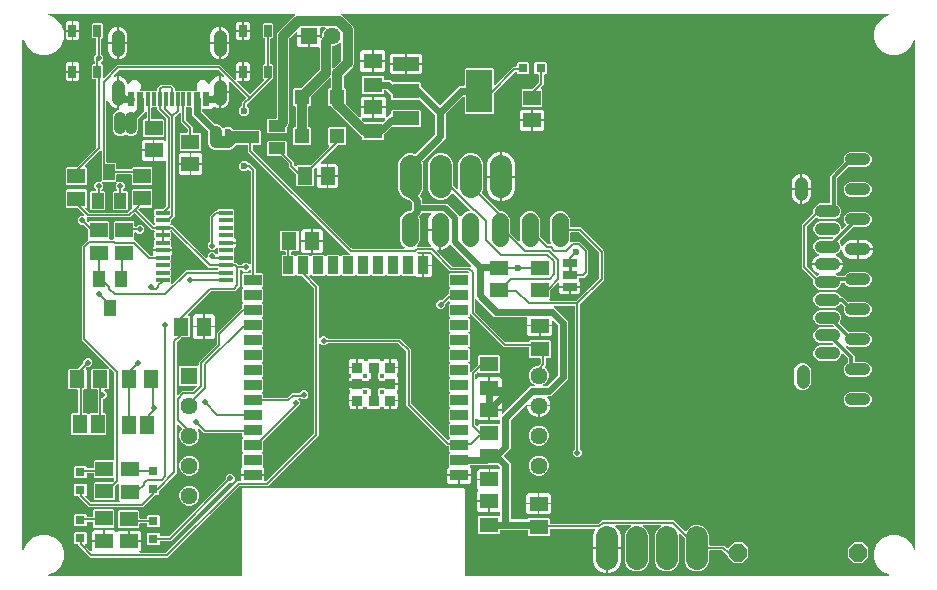
<source format=gbr>
G04 EAGLE Gerber RS-274X export*
G75*
%MOMM*%
%FSLAX34Y34*%
%LPD*%
%INTop Copper*%
%IPPOS*%
%AMOC8*
5,1,8,0,0,1.08239X$1,22.5*%
G01*
G04 Define Apertures*
%ADD10R,1.440000X1.440000*%
%ADD11C,1.440000*%
%ADD12C,1.108000*%
%ADD13R,0.600000X1.150000*%
%ADD14R,0.300000X1.150000*%
%ADD15R,2.235200X1.219200*%
%ADD16R,2.200000X3.600000*%
%ADD17R,1.500000X0.900000*%
%ADD18R,0.900000X1.500000*%
%ADD19R,0.900000X0.900000*%
%ADD20R,1.143000X0.381000*%
%ADD21R,1.500000X1.300000*%
%ADD22R,1.300000X1.500000*%
%ADD23R,1.400000X1.000000*%
%ADD24R,1.270000X1.270000*%
%ADD25R,1.600000X1.300000*%
%ADD26R,1.300000X1.600000*%
%ADD27R,0.800000X0.800000*%
%ADD28R,1.168400X1.600200*%
%ADD29R,1.000000X1.400000*%
%ADD30C,1.836000*%
%ADD31C,1.058000*%
%ADD32P,1.58358X8X22.5*%
%ADD33C,1.440000*%
%ADD34C,1.828800*%
%ADD35R,0.650000X1.050000*%
%ADD36C,0.254000*%
%ADD37R,1.270000X0.635000*%
%ADD38C,0.609600*%
%ADD39C,0.152400*%
%ADD40C,0.812800*%
%ADD41C,0.600000*%
%ADD42C,0.502400*%
%ADD43C,0.452400*%
%ADD44C,1.016000*%
%ADD45C,0.200000*%
%ADD46C,0.203200*%
%ADD47C,0.508000*%
%ADD48C,0.304800*%
G36*
X157400Y22060D02*
X157103Y22000D01*
X-5202Y22000D01*
X-5459Y22045D01*
X-5719Y22202D01*
X-5896Y22448D01*
X-5964Y22744D01*
X-5910Y23042D01*
X-5745Y23297D01*
X-5493Y23466D01*
X-370Y25588D01*
X4412Y30370D01*
X7000Y36618D01*
X7000Y43382D01*
X4412Y49630D01*
X-370Y54412D01*
X-6618Y57000D01*
X-13382Y57000D01*
X-19630Y54412D01*
X-24412Y49630D01*
X-26534Y44507D01*
X-26674Y44286D01*
X-26919Y44106D01*
X-27214Y44037D01*
X-27513Y44087D01*
X-27768Y44251D01*
X-27940Y44501D01*
X-28000Y44798D01*
X-28000Y475202D01*
X-27955Y475459D01*
X-27798Y475719D01*
X-27552Y475896D01*
X-27256Y475964D01*
X-26958Y475910D01*
X-26704Y475745D01*
X-26534Y475493D01*
X-24412Y470370D01*
X-19630Y465588D01*
X-13382Y463000D01*
X-6618Y463000D01*
X-370Y465588D01*
X4412Y470370D01*
X7000Y476618D01*
X7000Y483382D01*
X4412Y489630D01*
X-370Y494412D01*
X-5493Y496534D01*
X-5714Y496674D01*
X-5894Y496919D01*
X-5963Y497214D01*
X-5913Y497513D01*
X-5749Y497768D01*
X-5499Y497940D01*
X-5202Y498000D01*
X202307Y498000D01*
X202565Y497955D01*
X202824Y497798D01*
X203001Y497552D01*
X203069Y497256D01*
X203016Y496958D01*
X202850Y496704D01*
X202599Y496534D01*
X202169Y496356D01*
X188228Y482415D01*
X187416Y480455D01*
X187416Y410056D01*
X187365Y409781D01*
X187201Y409526D01*
X186951Y409354D01*
X186654Y409294D01*
X180074Y409294D01*
X179330Y408550D01*
X179330Y397498D01*
X180074Y396754D01*
X195126Y396754D01*
X195870Y397498D01*
X195870Y401435D01*
X195926Y401721D01*
X196093Y401974D01*
X197272Y403153D01*
X198084Y405113D01*
X198084Y476869D01*
X198140Y477155D01*
X198307Y477407D01*
X203559Y482659D01*
X203779Y482812D01*
X204074Y482882D01*
X204373Y482831D01*
X204628Y482668D01*
X204800Y482418D01*
X204860Y482121D01*
X204860Y480062D01*
X224340Y480062D01*
X224340Y485738D01*
X224391Y486013D01*
X224555Y486268D01*
X224805Y486440D01*
X225102Y486500D01*
X227982Y486500D01*
X228245Y486453D01*
X228503Y486294D01*
X228679Y486046D01*
X228744Y485750D01*
X228688Y485452D01*
X228521Y485199D01*
X227420Y484098D01*
X226130Y480985D01*
X226130Y478689D01*
X226074Y478403D01*
X225907Y478150D01*
X225641Y477884D01*
X225421Y477731D01*
X225126Y477661D01*
X224827Y477712D01*
X224572Y477876D01*
X224400Y478126D01*
X224340Y478423D01*
X224340Y478538D01*
X215362Y478538D01*
X215362Y469560D01*
X222978Y469560D01*
X223253Y469509D01*
X223508Y469345D01*
X223680Y469095D01*
X223740Y468798D01*
X223740Y450499D01*
X223684Y450213D01*
X223517Y449960D01*
X208900Y435343D01*
X208658Y435180D01*
X208361Y435120D01*
X201724Y435120D01*
X200980Y434376D01*
X200980Y420624D01*
X201724Y419880D01*
X202724Y419880D01*
X202999Y419829D01*
X203254Y419665D01*
X203426Y419415D01*
X203486Y419118D01*
X203486Y402582D01*
X203435Y402307D01*
X203271Y402052D01*
X203021Y401880D01*
X202724Y401820D01*
X201944Y401820D01*
X201200Y401076D01*
X201200Y387324D01*
X201944Y386580D01*
X215696Y386580D01*
X216440Y387324D01*
X216440Y401076D01*
X215696Y401820D01*
X214916Y401820D01*
X214641Y401871D01*
X214386Y402035D01*
X214214Y402285D01*
X214154Y402582D01*
X214154Y419118D01*
X214205Y419393D01*
X214369Y419648D01*
X214619Y419820D01*
X214916Y419880D01*
X215476Y419880D01*
X216220Y420624D01*
X216220Y427261D01*
X216276Y427547D01*
X216443Y427800D01*
X231965Y443322D01*
X232185Y443475D01*
X232480Y443545D01*
X232779Y443494D01*
X233034Y443330D01*
X233206Y443080D01*
X233266Y442783D01*
X233266Y435882D01*
X233215Y435607D01*
X233051Y435352D01*
X232801Y435180D01*
X232504Y435120D01*
X231724Y435120D01*
X230980Y434376D01*
X230980Y420624D01*
X231724Y419880D01*
X233149Y419880D01*
X233429Y419827D01*
X233683Y419661D01*
X233853Y419410D01*
X234078Y418865D01*
X258731Y394212D01*
X259260Y393993D01*
X259498Y393837D01*
X259670Y393586D01*
X259730Y393289D01*
X259730Y391708D01*
X260474Y390964D01*
X277526Y390964D01*
X278270Y391708D01*
X278270Y395292D01*
X278326Y395578D01*
X278493Y395831D01*
X284459Y401797D01*
X284701Y401960D01*
X284998Y402020D01*
X308564Y402020D01*
X309308Y402764D01*
X309308Y416008D01*
X308564Y416752D01*
X285160Y416752D01*
X284416Y416008D01*
X284416Y413512D01*
X284365Y413237D01*
X284201Y412982D01*
X283951Y412810D01*
X283654Y412750D01*
X283199Y412750D01*
X280841Y410391D01*
X280621Y410238D01*
X280326Y410169D01*
X280027Y410219D01*
X279772Y410383D01*
X279600Y410633D01*
X279540Y410930D01*
X279540Y417972D01*
X269762Y417972D01*
X269762Y409694D01*
X278304Y409694D01*
X278567Y409647D01*
X278825Y409488D01*
X279001Y409240D01*
X279066Y408944D01*
X279010Y408646D01*
X278843Y408393D01*
X277177Y406727D01*
X276935Y406564D01*
X276638Y406504D01*
X261842Y406504D01*
X261556Y406560D01*
X261303Y406727D01*
X259637Y408393D01*
X259484Y408613D01*
X259414Y408908D01*
X259465Y409207D01*
X259628Y409462D01*
X259878Y409634D01*
X260176Y409694D01*
X268238Y409694D01*
X268238Y417972D01*
X258460Y417972D01*
X258460Y411410D01*
X258413Y411146D01*
X258254Y410888D01*
X258006Y410713D01*
X257710Y410648D01*
X257412Y410703D01*
X257159Y410871D01*
X246443Y421587D01*
X246280Y421828D01*
X246220Y422126D01*
X246220Y434376D01*
X245476Y435120D01*
X244696Y435120D01*
X244421Y435171D01*
X244166Y435335D01*
X243994Y435585D01*
X243934Y435882D01*
X243934Y444964D01*
X243990Y445250D01*
X244157Y445503D01*
X251856Y453202D01*
X252668Y455162D01*
X252668Y485353D01*
X251856Y487313D01*
X242813Y496356D01*
X242384Y496534D01*
X242163Y496674D01*
X241983Y496919D01*
X241914Y497214D01*
X241964Y497513D01*
X242128Y497768D01*
X242378Y497940D01*
X242675Y498000D01*
X705202Y498000D01*
X705459Y497955D01*
X705719Y497798D01*
X705896Y497552D01*
X705964Y497256D01*
X705910Y496958D01*
X705745Y496704D01*
X705493Y496534D01*
X700370Y494412D01*
X695588Y489630D01*
X693000Y483382D01*
X693000Y476618D01*
X695588Y470370D01*
X700370Y465588D01*
X706618Y463000D01*
X713382Y463000D01*
X719630Y465588D01*
X724412Y470370D01*
X726534Y475493D01*
X726674Y475714D01*
X726919Y475894D01*
X727214Y475963D01*
X727513Y475913D01*
X727768Y475749D01*
X727940Y475499D01*
X728000Y475202D01*
X728000Y44798D01*
X727955Y44541D01*
X727798Y44281D01*
X727552Y44104D01*
X727256Y44036D01*
X726958Y44090D01*
X726704Y44255D01*
X726534Y44507D01*
X724412Y49630D01*
X719630Y54412D01*
X713382Y57000D01*
X706618Y57000D01*
X700370Y54412D01*
X695588Y49630D01*
X693000Y43382D01*
X693000Y36618D01*
X695588Y30370D01*
X700370Y25588D01*
X705493Y23466D01*
X705714Y23326D01*
X705894Y23081D01*
X705963Y22786D01*
X705913Y22487D01*
X705749Y22232D01*
X705499Y22060D01*
X705202Y22000D01*
X347397Y22000D01*
X347122Y22051D01*
X346867Y22215D01*
X346695Y22465D01*
X346635Y22762D01*
X346635Y95763D01*
X346263Y96135D01*
X158237Y96135D01*
X157865Y95763D01*
X157865Y22762D01*
X157814Y22487D01*
X157650Y22232D01*
X157400Y22060D01*
G37*
%LPC*%
G36*
X8620Y484412D02*
X13648Y484412D01*
X13648Y491440D01*
X10108Y491440D01*
X8620Y489952D01*
X8620Y484412D01*
G37*
G36*
X15172Y484412D02*
X20200Y484412D01*
X20200Y489952D01*
X18712Y491440D01*
X15172Y491440D01*
X15172Y484412D01*
G37*
G36*
X153210Y484352D02*
X158238Y484352D01*
X158238Y491380D01*
X154698Y491380D01*
X153210Y489892D01*
X153210Y484352D01*
G37*
G36*
X159762Y484352D02*
X164790Y484352D01*
X164790Y489892D01*
X163302Y491380D01*
X159762Y491380D01*
X159762Y484352D01*
G37*
G36*
X30314Y331430D02*
X41366Y331430D01*
X42110Y332174D01*
X42110Y347226D01*
X41366Y347970D01*
X39690Y347970D01*
X39427Y348017D01*
X39169Y348176D01*
X38993Y348424D01*
X38928Y348720D01*
X38984Y349018D01*
X39151Y349271D01*
X40358Y350477D01*
X40358Y353611D01*
X39839Y354129D01*
X39686Y354349D01*
X39617Y354644D01*
X39667Y354943D01*
X39831Y355198D01*
X40081Y355370D01*
X40378Y355430D01*
X51062Y355430D01*
X51325Y355383D01*
X51583Y355224D01*
X51759Y354976D01*
X51824Y354680D01*
X51768Y354382D01*
X51601Y354129D01*
X51082Y353611D01*
X51082Y350477D01*
X52289Y349271D01*
X52442Y349051D01*
X52511Y348756D01*
X52461Y348457D01*
X52297Y348202D01*
X52047Y348030D01*
X51750Y347970D01*
X49314Y347970D01*
X48570Y347226D01*
X48570Y332174D01*
X49314Y331430D01*
X60366Y331430D01*
X61110Y332174D01*
X61110Y347226D01*
X60366Y347970D01*
X57978Y347970D01*
X57715Y348017D01*
X57457Y348176D01*
X57281Y348424D01*
X57216Y348720D01*
X57272Y349018D01*
X57439Y349271D01*
X58646Y350477D01*
X58646Y353611D01*
X56431Y355826D01*
X53297Y355826D01*
X52911Y355439D01*
X52691Y355286D01*
X52396Y355217D01*
X52097Y355267D01*
X51842Y355431D01*
X51670Y355681D01*
X51610Y355978D01*
X51610Y361442D01*
X51661Y361717D01*
X51825Y361972D01*
X52075Y362144D01*
X52372Y362204D01*
X63808Y362204D01*
X64083Y362153D01*
X64338Y361989D01*
X64510Y361739D01*
X64570Y361442D01*
X64570Y353650D01*
X65314Y352906D01*
X81366Y352906D01*
X82110Y353650D01*
X82110Y367702D01*
X81366Y368446D01*
X65314Y368446D01*
X64570Y367702D01*
X64570Y367030D01*
X64519Y366755D01*
X64355Y366500D01*
X64105Y366328D01*
X63808Y366268D01*
X52372Y366268D01*
X52097Y366319D01*
X51842Y366483D01*
X51670Y366733D01*
X51610Y367030D01*
X51610Y371226D01*
X50866Y371970D01*
X43942Y371970D01*
X43667Y372021D01*
X43412Y372185D01*
X43240Y372435D01*
X43180Y372732D01*
X43180Y423898D01*
X43225Y424156D01*
X43382Y424415D01*
X43628Y424593D01*
X43924Y424660D01*
X44222Y424607D01*
X44477Y424442D01*
X44646Y424190D01*
X45850Y421283D01*
X48123Y419010D01*
X51093Y417780D01*
X51938Y417780D01*
X51938Y445020D01*
X51093Y445020D01*
X50386Y444727D01*
X50131Y444670D01*
X49831Y444716D01*
X49573Y444876D01*
X49398Y445123D01*
X49333Y445419D01*
X49388Y445717D01*
X49556Y445970D01*
X53959Y450373D01*
X54200Y450536D01*
X54497Y450596D01*
X137527Y450596D01*
X137813Y450540D01*
X138066Y450373D01*
X142627Y445812D01*
X142777Y445598D01*
X142849Y445303D01*
X142801Y445004D01*
X142639Y444747D01*
X142391Y444574D01*
X142094Y444511D01*
X141796Y444569D01*
X140707Y445020D01*
X139862Y445020D01*
X139862Y432162D01*
X147180Y432162D01*
X147180Y438547D01*
X146729Y439636D01*
X146672Y439891D01*
X146718Y440191D01*
X146877Y440449D01*
X147125Y440625D01*
X147421Y440690D01*
X147719Y440634D01*
X147972Y440467D01*
X161000Y427438D01*
X161158Y427208D01*
X161223Y426912D01*
X161167Y426614D01*
X161000Y426361D01*
X157714Y423075D01*
X157714Y420068D01*
X157658Y419782D01*
X157491Y419530D01*
X155730Y417769D01*
X155730Y414231D01*
X158231Y411730D01*
X161769Y411730D01*
X164270Y414231D01*
X164270Y417769D01*
X162509Y419530D01*
X162346Y419771D01*
X162286Y420068D01*
X162286Y420865D01*
X162342Y421151D01*
X162509Y421404D01*
X166878Y425773D01*
X166878Y425817D01*
X166934Y426103D01*
X167101Y426356D01*
X182943Y442197D01*
X183184Y442360D01*
X183481Y442420D01*
X183776Y442420D01*
X184520Y443164D01*
X184520Y454716D01*
X183776Y455460D01*
X182626Y455460D01*
X182351Y455511D01*
X182096Y455675D01*
X181924Y455925D01*
X181864Y456222D01*
X181864Y476308D01*
X181915Y476583D01*
X182079Y476838D01*
X182329Y477010D01*
X182626Y477070D01*
X183776Y477070D01*
X184520Y477814D01*
X184520Y489366D01*
X183776Y490110D01*
X176224Y490110D01*
X175480Y489366D01*
X175480Y477814D01*
X176224Y477070D01*
X177038Y477070D01*
X177313Y477019D01*
X177568Y476855D01*
X177740Y476605D01*
X177800Y476308D01*
X177800Y456222D01*
X177749Y455947D01*
X177585Y455692D01*
X177335Y455520D01*
X177038Y455460D01*
X176224Y455460D01*
X175480Y454716D01*
X175480Y443164D01*
X176282Y442362D01*
X176440Y442131D01*
X176505Y441835D01*
X176450Y441537D01*
X176282Y441284D01*
X165131Y430133D01*
X164900Y429975D01*
X164604Y429909D01*
X164306Y429965D01*
X164053Y430133D01*
X154337Y439849D01*
X154184Y440069D01*
X154114Y440364D01*
X154165Y440663D01*
X154328Y440918D01*
X154578Y441090D01*
X154875Y441150D01*
X158238Y441150D01*
X158238Y448178D01*
X153210Y448178D01*
X153210Y442815D01*
X153163Y442552D01*
X153004Y442294D01*
X152756Y442119D01*
X152460Y442053D01*
X152162Y442109D01*
X151909Y442277D01*
X139526Y454660D01*
X52498Y454660D01*
X41231Y443393D01*
X41011Y443240D01*
X40716Y443170D01*
X40417Y443221D01*
X40162Y443384D01*
X39990Y443634D01*
X39930Y443931D01*
X39930Y454776D01*
X39186Y455520D01*
X39036Y455520D01*
X38773Y455567D01*
X38515Y455726D01*
X38339Y455974D01*
X38274Y456270D01*
X38330Y456568D01*
X38497Y456821D01*
X40358Y458681D01*
X40358Y461815D01*
X38831Y463341D01*
X38668Y463583D01*
X38608Y463880D01*
X38608Y476368D01*
X38659Y476643D01*
X38823Y476898D01*
X39073Y477070D01*
X39139Y477083D01*
X39930Y477874D01*
X39930Y489426D01*
X39186Y490170D01*
X31634Y490170D01*
X30890Y489426D01*
X30890Y477874D01*
X31634Y477130D01*
X33782Y477130D01*
X34057Y477079D01*
X34312Y476915D01*
X34484Y476665D01*
X34544Y476368D01*
X34544Y463880D01*
X34488Y463594D01*
X34321Y463341D01*
X32794Y461815D01*
X32794Y458681D01*
X33155Y458321D01*
X33318Y458079D01*
X33378Y457782D01*
X33378Y456282D01*
X33327Y456007D01*
X33163Y455752D01*
X32913Y455580D01*
X32616Y455520D01*
X31634Y455520D01*
X30890Y454776D01*
X30890Y443224D01*
X31634Y442480D01*
X33782Y442480D01*
X34057Y442429D01*
X34312Y442265D01*
X34484Y442015D01*
X34544Y441718D01*
X34544Y385205D01*
X34488Y384919D01*
X34321Y384667D01*
X18148Y368493D01*
X17906Y368330D01*
X17609Y368270D01*
X9634Y368270D01*
X8890Y367526D01*
X8890Y353474D01*
X9634Y352730D01*
X25686Y352730D01*
X26430Y353474D01*
X26430Y367526D01*
X25686Y368270D01*
X25511Y368270D01*
X25248Y368317D01*
X24990Y368476D01*
X24815Y368724D01*
X24749Y369020D01*
X24805Y369318D01*
X24973Y369571D01*
X37815Y382414D01*
X38035Y382567D01*
X38330Y382636D01*
X38629Y382585D01*
X38884Y382422D01*
X39056Y382172D01*
X39116Y381875D01*
X39116Y371588D01*
X39070Y371351D01*
X39070Y356588D01*
X39019Y356313D01*
X38855Y356058D01*
X38605Y355886D01*
X38308Y355826D01*
X35009Y355826D01*
X32794Y353611D01*
X32794Y350477D01*
X34001Y349271D01*
X34154Y349051D01*
X34223Y348756D01*
X34173Y348457D01*
X34009Y348202D01*
X33759Y348030D01*
X33462Y347970D01*
X30314Y347970D01*
X29570Y347226D01*
X29570Y332174D01*
X30314Y331430D01*
G37*
G36*
X139862Y473962D02*
X147180Y473962D01*
X147180Y480347D01*
X145950Y483317D01*
X143677Y485590D01*
X140707Y486820D01*
X139862Y486820D01*
X139862Y473962D01*
G37*
G36*
X44620Y473962D02*
X51938Y473962D01*
X51938Y486820D01*
X51093Y486820D01*
X48123Y485590D01*
X45850Y483317D01*
X44620Y480347D01*
X44620Y473962D01*
G37*
G36*
X53462Y473962D02*
X60780Y473962D01*
X60780Y480347D01*
X59550Y483317D01*
X57277Y485590D01*
X54307Y486820D01*
X53462Y486820D01*
X53462Y473962D01*
G37*
G36*
X131020Y473962D02*
X138338Y473962D01*
X138338Y486820D01*
X137493Y486820D01*
X134523Y485590D01*
X132250Y483317D01*
X131020Y480347D01*
X131020Y473962D01*
G37*
G36*
X10108Y475860D02*
X13648Y475860D01*
X13648Y482888D01*
X8620Y482888D01*
X8620Y477348D01*
X10108Y475860D01*
G37*
G36*
X15172Y475860D02*
X18712Y475860D01*
X20200Y477348D01*
X20200Y482888D01*
X15172Y482888D01*
X15172Y475860D01*
G37*
G36*
X154698Y475800D02*
X158238Y475800D01*
X158238Y482828D01*
X153210Y482828D01*
X153210Y477288D01*
X154698Y475800D01*
G37*
G36*
X159762Y475800D02*
X163302Y475800D01*
X164790Y477288D01*
X164790Y482828D01*
X159762Y482828D01*
X159762Y475800D01*
G37*
G36*
X206348Y469560D02*
X213838Y469560D01*
X213838Y478538D01*
X204860Y478538D01*
X204860Y471048D01*
X206348Y469560D01*
G37*
G36*
X137493Y459580D02*
X138338Y459580D01*
X138338Y472438D01*
X131020Y472438D01*
X131020Y466053D01*
X132250Y463083D01*
X134523Y460810D01*
X137493Y459580D01*
G37*
G36*
X139862Y459580D02*
X140707Y459580D01*
X143677Y460810D01*
X145950Y463083D01*
X147180Y466053D01*
X147180Y472438D01*
X139862Y472438D01*
X139862Y459580D01*
G37*
G36*
X53462Y459580D02*
X54307Y459580D01*
X57277Y460810D01*
X59550Y463083D01*
X60780Y466053D01*
X60780Y472438D01*
X53462Y472438D01*
X53462Y459580D01*
G37*
G36*
X51093Y459580D02*
X51938Y459580D01*
X51938Y472438D01*
X44620Y472438D01*
X44620Y466053D01*
X45850Y463083D01*
X48123Y460810D01*
X51093Y459580D01*
G37*
G36*
X258300Y458662D02*
X268078Y458662D01*
X268078Y466940D01*
X259788Y466940D01*
X258300Y465452D01*
X258300Y458662D01*
G37*
G36*
X269602Y458662D02*
X279380Y458662D01*
X279380Y465452D01*
X277892Y466940D01*
X269602Y466940D01*
X269602Y458662D01*
G37*
G36*
X283146Y456376D02*
X296100Y456376D01*
X296100Y464250D01*
X284634Y464250D01*
X283146Y462762D01*
X283146Y456376D01*
G37*
G36*
X297624Y456376D02*
X310578Y456376D01*
X310578Y462762D01*
X309090Y464250D01*
X297624Y464250D01*
X297624Y456376D01*
G37*
G36*
X269602Y448860D02*
X277892Y448860D01*
X279380Y450348D01*
X279380Y457138D01*
X269602Y457138D01*
X269602Y448860D01*
G37*
G36*
X259788Y448860D02*
X268078Y448860D01*
X268078Y457138D01*
X258300Y457138D01*
X258300Y450348D01*
X259788Y448860D01*
G37*
G36*
X490229Y25842D02*
X494371Y25842D01*
X498199Y27427D01*
X501129Y30357D01*
X502714Y34185D01*
X502714Y56615D01*
X501129Y60443D01*
X498199Y63373D01*
X497751Y63558D01*
X497531Y63698D01*
X497351Y63943D01*
X497281Y64238D01*
X497332Y64537D01*
X497496Y64792D01*
X497746Y64964D01*
X498043Y65024D01*
X511957Y65024D01*
X512215Y64979D01*
X512474Y64822D01*
X512651Y64576D01*
X512719Y64280D01*
X512666Y63982D01*
X512500Y63728D01*
X512249Y63558D01*
X511801Y63373D01*
X508871Y60443D01*
X507286Y56615D01*
X507286Y34185D01*
X508871Y30357D01*
X511801Y27427D01*
X515629Y25842D01*
X519771Y25842D01*
X523599Y27427D01*
X526529Y30357D01*
X528114Y34185D01*
X528114Y56615D01*
X528035Y56806D01*
X527978Y57061D01*
X528024Y57361D01*
X528183Y57619D01*
X528431Y57794D01*
X528727Y57860D01*
X529025Y57804D01*
X529278Y57636D01*
X532463Y54452D01*
X532626Y54210D01*
X532686Y53913D01*
X532686Y34185D01*
X534271Y30357D01*
X537201Y27427D01*
X541029Y25842D01*
X545171Y25842D01*
X548999Y27427D01*
X551929Y30357D01*
X553514Y34185D01*
X553514Y42926D01*
X553565Y43201D01*
X553729Y43456D01*
X553979Y43628D01*
X554276Y43688D01*
X564247Y43688D01*
X564533Y43632D01*
X564786Y43465D01*
X569289Y38962D01*
X569383Y38901D01*
X569554Y38651D01*
X569615Y38354D01*
X569615Y38208D01*
X574644Y33179D01*
X581756Y33179D01*
X586785Y38208D01*
X586785Y45320D01*
X581756Y50349D01*
X574644Y50349D01*
X569685Y45390D01*
X569455Y45232D01*
X569158Y45167D01*
X568860Y45223D01*
X568607Y45390D01*
X566246Y47752D01*
X554276Y47752D01*
X554001Y47803D01*
X553746Y47967D01*
X553574Y48217D01*
X553514Y48514D01*
X553514Y56615D01*
X551929Y60443D01*
X548999Y63373D01*
X545171Y64958D01*
X541029Y64958D01*
X537201Y63373D01*
X534271Y60443D01*
X534107Y60045D01*
X533958Y59815D01*
X533711Y59640D01*
X533415Y59575D01*
X533117Y59630D01*
X532864Y59798D01*
X523574Y69088D01*
X462454Y69088D01*
X459630Y66263D01*
X459388Y66100D01*
X459091Y66040D01*
X419132Y66040D01*
X418857Y66091D01*
X418602Y66255D01*
X418430Y66505D01*
X418370Y66802D01*
X418370Y70326D01*
X417626Y71070D01*
X400574Y71070D01*
X399668Y70164D01*
X399615Y70082D01*
X399365Y69910D01*
X399068Y69850D01*
X386080Y69850D01*
X385805Y69901D01*
X385550Y70065D01*
X385378Y70315D01*
X385318Y70612D01*
X385318Y117613D01*
X380025Y122905D01*
X379867Y123136D01*
X379802Y123432D01*
X379858Y123730D01*
X380025Y123983D01*
X385318Y129275D01*
X385318Y153344D01*
X385374Y153630D01*
X385541Y153883D01*
X398315Y166657D01*
X398535Y166810D01*
X398830Y166879D01*
X399129Y166829D01*
X399235Y166761D01*
X399235Y167062D01*
X419096Y167062D01*
X419096Y168237D01*
X417613Y171817D01*
X416741Y172689D01*
X416588Y172909D01*
X416518Y173204D01*
X416569Y173503D01*
X416733Y173758D01*
X416983Y173930D01*
X417280Y173990D01*
X419360Y173990D01*
X433990Y188620D01*
X433990Y238105D01*
X422443Y249651D01*
X422290Y249871D01*
X422221Y250166D01*
X422271Y250465D01*
X422435Y250720D01*
X422685Y250892D01*
X422982Y250952D01*
X439166Y250952D01*
X439441Y250901D01*
X439696Y250737D01*
X439868Y250487D01*
X439928Y250190D01*
X439928Y130124D01*
X439872Y129838D01*
X439705Y129585D01*
X438178Y128059D01*
X438178Y124925D01*
X440393Y122710D01*
X443527Y122710D01*
X445742Y124925D01*
X445742Y128059D01*
X444215Y129585D01*
X444052Y129827D01*
X443992Y130124D01*
X443992Y251827D01*
X444048Y252113D01*
X444215Y252366D01*
X464564Y272714D01*
X464564Y296639D01*
X464564Y297498D01*
X463919Y298144D01*
X446451Y315618D01*
X446450Y315619D01*
X445683Y316386D01*
X445683Y316386D01*
X445038Y317032D01*
X444196Y317032D01*
X443040Y317032D01*
X443039Y317032D01*
X436432Y317032D01*
X436157Y317083D01*
X435902Y317247D01*
X435730Y317497D01*
X435670Y317794D01*
X435670Y323885D01*
X434381Y326998D01*
X431998Y329381D01*
X428885Y330670D01*
X425515Y330670D01*
X422402Y329381D01*
X420020Y326998D01*
X418730Y323885D01*
X418730Y306115D01*
X419680Y303822D01*
X419738Y303554D01*
X419687Y303255D01*
X419523Y303000D01*
X419273Y302828D01*
X418976Y302768D01*
X417581Y302768D01*
X417295Y302824D01*
X417042Y302991D01*
X410493Y309540D01*
X410330Y309781D01*
X410270Y310079D01*
X410270Y323885D01*
X408981Y326998D01*
X406598Y329381D01*
X403485Y330670D01*
X400115Y330670D01*
X397002Y329381D01*
X394620Y326998D01*
X393330Y323885D01*
X393330Y306327D01*
X393283Y306064D01*
X393124Y305806D01*
X392876Y305631D01*
X392580Y305565D01*
X392282Y305621D01*
X392029Y305789D01*
X385093Y312725D01*
X384930Y312966D01*
X384870Y313263D01*
X384870Y323885D01*
X383581Y326998D01*
X381198Y329381D01*
X378085Y330670D01*
X376607Y330670D01*
X376321Y330726D01*
X376069Y330893D01*
X361348Y345614D01*
X361188Y345850D01*
X361125Y346146D01*
X361183Y346444D01*
X362166Y348817D01*
X362166Y371335D01*
X360575Y375175D01*
X357635Y378115D01*
X353795Y379706D01*
X349637Y379706D01*
X345797Y378115D01*
X342857Y375175D01*
X341266Y371335D01*
X341266Y350199D01*
X341219Y349935D01*
X341060Y349677D01*
X340812Y349502D01*
X340516Y349437D01*
X340218Y349492D01*
X339965Y349660D01*
X336989Y352636D01*
X336826Y352877D01*
X336766Y353175D01*
X336766Y371335D01*
X335175Y375175D01*
X332235Y378115D01*
X328395Y379706D01*
X324237Y379706D01*
X320397Y378115D01*
X317457Y375175D01*
X315866Y371335D01*
X315866Y348817D01*
X317457Y344977D01*
X320397Y342037D01*
X324237Y340446D01*
X328395Y340446D01*
X332235Y342037D01*
X335175Y344977D01*
X335620Y346050D01*
X335768Y346279D01*
X336015Y346455D01*
X336311Y346520D01*
X336610Y346464D01*
X336862Y346297D01*
X351188Y331971D01*
X351341Y331751D01*
X351411Y331456D01*
X351360Y331157D01*
X351197Y330902D01*
X350947Y330730D01*
X350649Y330670D01*
X349315Y330670D01*
X346202Y329381D01*
X343820Y326998D01*
X343653Y326596D01*
X343505Y326366D01*
X343257Y326191D01*
X342961Y326125D01*
X342663Y326181D01*
X342410Y326349D01*
X331739Y337020D01*
X311404Y337020D01*
X311129Y337071D01*
X310874Y337235D01*
X310702Y337485D01*
X310642Y337782D01*
X310642Y341641D01*
X309079Y343203D01*
X308921Y343434D01*
X308856Y343730D01*
X308912Y344028D01*
X309079Y344281D01*
X309775Y344977D01*
X311366Y348817D01*
X311366Y371335D01*
X310827Y372635D01*
X310769Y372915D01*
X310825Y373213D01*
X310992Y373466D01*
X330318Y392791D01*
X330318Y412896D01*
X330374Y413182D01*
X330541Y413435D01*
X345269Y428163D01*
X345489Y428316D01*
X345784Y428385D01*
X346083Y428335D01*
X346338Y428171D01*
X346510Y427921D01*
X346570Y427624D01*
X346570Y413974D01*
X347314Y413230D01*
X370366Y413230D01*
X371110Y413974D01*
X371110Y430405D01*
X371166Y430691D01*
X371333Y430944D01*
X389229Y448840D01*
X389449Y448993D01*
X389744Y449062D01*
X390043Y449011D01*
X390298Y448848D01*
X390470Y448598D01*
X390530Y448301D01*
X390530Y447314D01*
X391274Y446570D01*
X400326Y446570D01*
X401070Y447314D01*
X401070Y456366D01*
X400326Y457110D01*
X391274Y457110D01*
X390530Y456366D01*
X390530Y453898D01*
X390479Y453623D01*
X390315Y453368D01*
X390065Y453196D01*
X389768Y453136D01*
X387778Y453136D01*
X372411Y437769D01*
X372191Y437616D01*
X371896Y437546D01*
X371597Y437597D01*
X371342Y437760D01*
X371170Y438010D01*
X371110Y438307D01*
X371110Y451026D01*
X370366Y451770D01*
X347314Y451770D01*
X346570Y451026D01*
X346570Y437896D01*
X346519Y437621D01*
X346355Y437366D01*
X346105Y437194D01*
X345808Y437134D01*
X342027Y437134D01*
X326039Y421145D01*
X325808Y420987D01*
X325512Y420922D01*
X325214Y420978D01*
X324961Y421145D01*
X309531Y436575D01*
X309368Y436817D01*
X309308Y437114D01*
X309308Y439122D01*
X308564Y439866D01*
X285884Y439866D01*
X285598Y439922D01*
X285345Y440089D01*
X283729Y441706D01*
X278872Y441706D01*
X278597Y441757D01*
X278342Y441921D01*
X278170Y442171D01*
X278110Y442468D01*
X278110Y444926D01*
X277366Y445670D01*
X260314Y445670D01*
X259570Y444926D01*
X259570Y430874D01*
X260314Y430130D01*
X277366Y430130D01*
X278110Y430874D01*
X278110Y432308D01*
X278161Y432583D01*
X278325Y432838D01*
X278575Y433010D01*
X278872Y433070D01*
X279836Y433070D01*
X280122Y433014D01*
X280375Y432847D01*
X284193Y429029D01*
X284356Y428787D01*
X284416Y428490D01*
X284416Y425878D01*
X285160Y425134D01*
X308444Y425134D01*
X308730Y425078D01*
X308983Y424911D01*
X321459Y412435D01*
X321622Y412193D01*
X321682Y411896D01*
X321682Y396684D01*
X321626Y396398D01*
X321459Y396145D01*
X304786Y379473D01*
X304550Y379313D01*
X304254Y379250D01*
X303956Y379308D01*
X302995Y379706D01*
X298837Y379706D01*
X294997Y378115D01*
X292057Y375175D01*
X290466Y371335D01*
X290466Y348817D01*
X292057Y344977D01*
X294997Y342037D01*
X298837Y340446D01*
X299308Y340446D01*
X299594Y340390D01*
X299847Y340223D01*
X301783Y338287D01*
X301946Y338045D01*
X302006Y337748D01*
X302006Y332812D01*
X301950Y332526D01*
X301783Y332273D01*
X300403Y330893D01*
X300161Y330730D01*
X299864Y330670D01*
X298515Y330670D01*
X295402Y329381D01*
X293020Y326998D01*
X291730Y323885D01*
X291730Y306115D01*
X293020Y303002D01*
X295509Y300513D01*
X295662Y300293D01*
X295732Y299998D01*
X295681Y299699D01*
X295517Y299444D01*
X295267Y299272D01*
X294970Y299212D01*
X251093Y299212D01*
X250807Y299268D01*
X250555Y299435D01*
X167273Y382717D01*
X167110Y382959D01*
X167049Y383256D01*
X167049Y386492D01*
X167101Y386767D01*
X167264Y387022D01*
X167514Y387194D01*
X167811Y387254D01*
X173126Y387254D01*
X173870Y387998D01*
X173870Y399050D01*
X173126Y399794D01*
X167208Y399794D01*
X166916Y399852D01*
X166863Y399874D01*
X150652Y399874D01*
X150366Y399930D01*
X150113Y400097D01*
X147789Y402422D01*
X144211Y402422D01*
X142663Y400873D01*
X142438Y400718D01*
X142142Y400650D01*
X141843Y400703D01*
X141589Y400869D01*
X141420Y401120D01*
X141179Y401701D01*
X139393Y403487D01*
X137059Y404454D01*
X135868Y404454D01*
X135582Y404510D01*
X135329Y404677D01*
X124441Y415565D01*
X124278Y415807D01*
X124218Y416104D01*
X124218Y416598D01*
X124269Y416873D01*
X124433Y417128D01*
X124683Y417300D01*
X124980Y417360D01*
X127138Y417360D01*
X127138Y426412D01*
X128662Y426412D01*
X128662Y417360D01*
X131952Y417360D01*
X133524Y418932D01*
X133754Y419090D01*
X134050Y419155D01*
X134349Y419099D01*
X134416Y419054D01*
X137493Y417780D01*
X138338Y417780D01*
X138338Y445020D01*
X137493Y445020D01*
X134523Y443790D01*
X132250Y441517D01*
X131180Y438934D01*
X131032Y438705D01*
X130785Y438529D01*
X130489Y438464D01*
X130190Y438520D01*
X129938Y438687D01*
X126975Y441650D01*
X122625Y441650D01*
X119550Y438575D01*
X119550Y434225D01*
X119805Y433971D01*
X119958Y433751D01*
X120027Y433456D01*
X119977Y433157D01*
X119813Y432902D01*
X119563Y432730D01*
X119266Y432670D01*
X116344Y432670D01*
X116208Y432577D01*
X115912Y432512D01*
X115614Y432567D01*
X115459Y432670D01*
X111344Y432670D01*
X111208Y432577D01*
X110912Y432512D01*
X110614Y432567D01*
X110459Y432670D01*
X106344Y432670D01*
X106208Y432577D01*
X105912Y432512D01*
X105614Y432567D01*
X105459Y432670D01*
X101854Y432670D01*
X101579Y432721D01*
X101324Y432885D01*
X101152Y433135D01*
X101092Y433432D01*
X101092Y435182D01*
X98378Y437896D01*
X89074Y437896D01*
X86360Y435182D01*
X86360Y433432D01*
X86309Y433157D01*
X86145Y432902D01*
X85895Y432730D01*
X85598Y432670D01*
X81344Y432670D01*
X81208Y432577D01*
X80912Y432512D01*
X80614Y432567D01*
X80459Y432670D01*
X76344Y432670D01*
X76208Y432577D01*
X75912Y432512D01*
X75614Y432567D01*
X75459Y432670D01*
X72534Y432670D01*
X72271Y432717D01*
X72013Y432876D01*
X71837Y433124D01*
X71772Y433420D01*
X71828Y433718D01*
X71995Y433971D01*
X72250Y434225D01*
X72250Y438575D01*
X69175Y441650D01*
X64825Y441650D01*
X61862Y438687D01*
X61638Y438532D01*
X61342Y438464D01*
X61043Y438517D01*
X60789Y438683D01*
X60620Y438934D01*
X59550Y441517D01*
X57277Y443790D01*
X54307Y445020D01*
X53462Y445020D01*
X53462Y417646D01*
X53575Y417578D01*
X53752Y417332D01*
X53820Y417036D01*
X53767Y416738D01*
X53601Y416484D01*
X53350Y416314D01*
X51315Y415471D01*
X49529Y413685D01*
X48562Y411351D01*
X48562Y408825D01*
X48592Y408753D01*
X48650Y408461D01*
X48650Y399737D01*
X49617Y397403D01*
X51403Y395617D01*
X53737Y394650D01*
X56263Y394650D01*
X58597Y395617D01*
X58961Y395981D01*
X59192Y396139D01*
X59488Y396204D01*
X59786Y396148D01*
X60039Y395981D01*
X60403Y395617D01*
X62737Y394650D01*
X65263Y394650D01*
X67597Y395617D01*
X69383Y397403D01*
X70350Y399737D01*
X70350Y408928D01*
X70406Y409214D01*
X70573Y409467D01*
X75915Y414809D01*
X76135Y414962D01*
X76430Y415031D01*
X76729Y414981D01*
X76984Y414817D01*
X77156Y414567D01*
X77216Y414270D01*
X77216Y409832D01*
X77165Y409557D01*
X77001Y409302D01*
X76751Y409130D01*
X76454Y409070D01*
X75074Y409070D01*
X74330Y408326D01*
X74330Y394274D01*
X75074Y393530D01*
X91126Y393530D01*
X91870Y394274D01*
X91870Y408326D01*
X91126Y409070D01*
X82042Y409070D01*
X81767Y409121D01*
X81512Y409285D01*
X81340Y409535D01*
X81280Y409832D01*
X81280Y417868D01*
X81331Y418143D01*
X81495Y418398D01*
X81745Y418570D01*
X82042Y418630D01*
X85598Y418630D01*
X85873Y418579D01*
X86128Y418415D01*
X86300Y418165D01*
X86360Y417868D01*
X86360Y416734D01*
X93757Y409338D01*
X93920Y409096D01*
X93980Y408799D01*
X93980Y390852D01*
X93933Y390588D01*
X93774Y390330D01*
X93526Y390155D01*
X93230Y390090D01*
X92932Y390145D01*
X92679Y390313D01*
X91652Y391340D01*
X83862Y391340D01*
X83862Y373260D01*
X91652Y373260D01*
X92679Y374287D01*
X92899Y374440D01*
X93194Y374510D01*
X93493Y374459D01*
X93748Y374296D01*
X93920Y374046D01*
X93980Y373748D01*
X93980Y335927D01*
X93924Y335641D01*
X93757Y335389D01*
X91242Y332873D01*
X91000Y332710D01*
X90703Y332650D01*
X84476Y332650D01*
X83732Y331906D01*
X83732Y327044D01*
X83937Y326839D01*
X84095Y326608D01*
X84160Y326312D01*
X84105Y326014D01*
X83937Y325761D01*
X83732Y325556D01*
X83732Y320694D01*
X83937Y320489D01*
X84095Y320258D01*
X84160Y319962D01*
X84105Y319664D01*
X83937Y319411D01*
X83883Y319357D01*
X83652Y319199D01*
X83356Y319134D01*
X83058Y319189D01*
X82805Y319357D01*
X70469Y331693D01*
X70311Y331924D01*
X70245Y332220D01*
X70301Y332518D01*
X70469Y332771D01*
X71381Y333683D01*
X71622Y333846D01*
X71919Y333906D01*
X81366Y333906D01*
X82110Y334650D01*
X82110Y348702D01*
X81366Y349446D01*
X65314Y349446D01*
X64570Y348702D01*
X64570Y334650D01*
X65046Y334174D01*
X65204Y333943D01*
X65269Y333647D01*
X65214Y333349D01*
X65046Y333096D01*
X61866Y329915D01*
X61624Y329752D01*
X61327Y329692D01*
X28589Y329692D01*
X28303Y329748D01*
X28051Y329915D01*
X25500Y332466D01*
X25342Y332696D01*
X25277Y332993D01*
X25332Y333291D01*
X25500Y333544D01*
X26430Y334474D01*
X26430Y348526D01*
X25686Y349270D01*
X9634Y349270D01*
X8890Y348526D01*
X8890Y334474D01*
X9634Y333730D01*
X18173Y333730D01*
X18459Y333674D01*
X18712Y333507D01*
X24048Y328171D01*
X24201Y327951D01*
X24270Y327656D01*
X24219Y327357D01*
X24056Y327102D01*
X23806Y326930D01*
X23509Y326870D01*
X21293Y326870D01*
X19078Y324655D01*
X19078Y321521D01*
X21293Y319306D01*
X23453Y319306D01*
X23739Y319250D01*
X23992Y319083D01*
X27667Y315408D01*
X27830Y315166D01*
X27890Y314869D01*
X27890Y307181D01*
X27893Y307167D01*
X27837Y306869D01*
X27670Y306616D01*
X22352Y301299D01*
X22352Y221662D01*
X45284Y198731D01*
X45437Y198511D01*
X45506Y198216D01*
X45455Y197917D01*
X45292Y197662D01*
X45042Y197490D01*
X44745Y197430D01*
X30634Y197430D01*
X29890Y196686D01*
X29890Y180634D01*
X30634Y179890D01*
X35306Y179890D01*
X35581Y179839D01*
X35836Y179675D01*
X36008Y179425D01*
X36068Y179128D01*
X36068Y177368D01*
X36012Y177082D01*
X35845Y176829D01*
X35842Y176827D01*
X35842Y173693D01*
X35845Y173691D01*
X36008Y173449D01*
X36068Y173152D01*
X36068Y160333D01*
X36017Y160058D01*
X35853Y159803D01*
X35603Y159631D01*
X35306Y159571D01*
X29552Y159571D01*
X28839Y158858D01*
X28608Y158700D01*
X28312Y158635D01*
X28014Y158690D01*
X27761Y158858D01*
X27048Y159571D01*
X24130Y159571D01*
X23855Y159622D01*
X23600Y159786D01*
X23428Y160036D01*
X23368Y160333D01*
X23368Y179128D01*
X23419Y179403D01*
X23583Y179658D01*
X23833Y179830D01*
X24130Y179890D01*
X25686Y179890D01*
X26430Y180634D01*
X26430Y196686D01*
X25904Y197212D01*
X25746Y197443D01*
X25681Y197739D01*
X25736Y198037D01*
X25904Y198290D01*
X26301Y198687D01*
X26542Y198850D01*
X26839Y198910D01*
X28999Y198910D01*
X31214Y201125D01*
X31214Y204259D01*
X28999Y206474D01*
X25865Y206474D01*
X23650Y204259D01*
X23650Y202099D01*
X23594Y201813D01*
X23427Y201561D01*
X19520Y197653D01*
X19278Y197490D01*
X18981Y197430D01*
X11634Y197430D01*
X10890Y196686D01*
X10890Y180634D01*
X11634Y179890D01*
X18542Y179890D01*
X18817Y179839D01*
X19072Y179675D01*
X19244Y179425D01*
X19304Y179128D01*
X19304Y160333D01*
X19253Y160058D01*
X19089Y159803D01*
X18839Y159631D01*
X18542Y159571D01*
X14312Y159571D01*
X13568Y158827D01*
X13568Y141773D01*
X14312Y141029D01*
X27048Y141029D01*
X27761Y141742D01*
X27992Y141900D01*
X28288Y141965D01*
X28586Y141910D01*
X28839Y141742D01*
X29552Y141029D01*
X42288Y141029D01*
X43032Y141773D01*
X43032Y158827D01*
X42288Y159571D01*
X40894Y159571D01*
X40619Y159622D01*
X40364Y159786D01*
X40192Y160036D01*
X40132Y160333D01*
X40132Y170716D01*
X40183Y170991D01*
X40347Y171246D01*
X40597Y171418D01*
X40894Y171478D01*
X41191Y171478D01*
X43406Y173693D01*
X43406Y176827D01*
X41643Y178589D01*
X41490Y178809D01*
X41421Y179104D01*
X41471Y179403D01*
X41635Y179658D01*
X41885Y179830D01*
X42182Y179890D01*
X44686Y179890D01*
X45430Y180634D01*
X45430Y196745D01*
X45477Y197008D01*
X45636Y197266D01*
X45884Y197442D01*
X46180Y197507D01*
X46478Y197451D01*
X46731Y197284D01*
X49561Y194454D01*
X49724Y194212D01*
X49784Y193915D01*
X49784Y121192D01*
X49733Y120917D01*
X49569Y120662D01*
X49319Y120490D01*
X49022Y120430D01*
X33374Y120430D01*
X32630Y119686D01*
X32630Y114046D01*
X32579Y113771D01*
X32415Y113516D01*
X32165Y113344D01*
X31868Y113284D01*
X27132Y113284D01*
X26857Y113335D01*
X26602Y113499D01*
X26430Y113749D01*
X26370Y114046D01*
X26370Y114426D01*
X25626Y115170D01*
X16574Y115170D01*
X15830Y114426D01*
X15830Y105374D01*
X16574Y104630D01*
X25626Y104630D01*
X26370Y105374D01*
X26370Y108458D01*
X26421Y108733D01*
X26585Y108988D01*
X26835Y109160D01*
X27132Y109220D01*
X31868Y109220D01*
X32143Y109169D01*
X32398Y109005D01*
X32570Y108755D01*
X32630Y108458D01*
X32630Y105634D01*
X33374Y104890D01*
X49022Y104890D01*
X49297Y104839D01*
X49552Y104675D01*
X49724Y104425D01*
X49784Y104128D01*
X49784Y103265D01*
X49728Y102979D01*
X49561Y102727D01*
X48488Y101653D01*
X48246Y101490D01*
X47949Y101430D01*
X33374Y101430D01*
X32630Y100686D01*
X32630Y86634D01*
X33374Y85890D01*
X49426Y85890D01*
X50170Y86634D01*
X50170Y97273D01*
X50226Y97559D01*
X50393Y97812D01*
X52829Y100248D01*
X53049Y100401D01*
X53344Y100470D01*
X53643Y100419D01*
X53898Y100256D01*
X54070Y100006D01*
X54130Y99709D01*
X54130Y86374D01*
X54875Y85629D01*
X55028Y85409D01*
X55098Y85114D01*
X55047Y84815D01*
X54884Y84560D01*
X54634Y84388D01*
X54336Y84328D01*
X30113Y84328D01*
X29827Y84384D01*
X29575Y84551D01*
X25600Y88526D01*
X25442Y88756D01*
X25377Y89053D01*
X25432Y89351D01*
X25600Y89604D01*
X26370Y90374D01*
X26370Y99426D01*
X25626Y100170D01*
X16574Y100170D01*
X15830Y99426D01*
X15830Y90374D01*
X16574Y89630D01*
X18542Y89630D01*
X18817Y89579D01*
X19072Y89415D01*
X19244Y89165D01*
X19251Y89127D01*
X28114Y80264D01*
X73994Y80264D01*
X84137Y90407D01*
X84378Y90570D01*
X84675Y90630D01*
X86826Y90630D01*
X87570Y91374D01*
X87570Y93525D01*
X87626Y93811D01*
X87793Y94064D01*
X102616Y108886D01*
X102616Y150227D01*
X102663Y150490D01*
X102822Y150748D01*
X103070Y150924D01*
X103366Y150989D01*
X103664Y150933D01*
X103917Y150766D01*
X107086Y147596D01*
X107244Y147366D01*
X107309Y147070D01*
X107254Y146771D01*
X107086Y146519D01*
X106266Y145698D01*
X104976Y142585D01*
X104976Y139215D01*
X106266Y136102D01*
X108648Y133720D01*
X111761Y132430D01*
X115131Y132430D01*
X118244Y133720D01*
X120627Y136102D01*
X121916Y139215D01*
X121916Y142585D01*
X120626Y145699D01*
X120569Y145954D01*
X120615Y146254D01*
X120774Y146512D01*
X121022Y146688D01*
X121318Y146753D01*
X121616Y146697D01*
X121869Y146530D01*
X125650Y142748D01*
X157368Y142748D01*
X157643Y142697D01*
X157898Y142533D01*
X158070Y142283D01*
X158130Y141986D01*
X158130Y140350D01*
X158915Y139565D01*
X159073Y139334D01*
X159138Y139038D01*
X159083Y138740D01*
X158915Y138487D01*
X158130Y137702D01*
X158130Y127650D01*
X158915Y126865D01*
X159073Y126634D01*
X159138Y126338D01*
X159083Y126040D01*
X158915Y125787D01*
X158130Y125002D01*
X158130Y114898D01*
X158175Y114832D01*
X158240Y114536D01*
X158185Y114238D01*
X158017Y113985D01*
X156860Y112828D01*
X156860Y108038D01*
X176940Y108038D01*
X176940Y112828D01*
X175783Y113985D01*
X175625Y114216D01*
X175560Y114512D01*
X175615Y114810D01*
X175670Y114892D01*
X175670Y125002D01*
X174885Y125787D01*
X174727Y126018D01*
X174662Y126314D01*
X174717Y126612D01*
X174885Y126865D01*
X175670Y127650D01*
X175670Y135724D01*
X175726Y136010D01*
X175893Y136263D01*
X204127Y164496D01*
X204368Y164659D01*
X204665Y164719D01*
X204921Y164719D01*
X207137Y166935D01*
X207137Y170068D01*
X205968Y171236D01*
X205815Y171456D01*
X205745Y171751D01*
X205796Y172050D01*
X205960Y172305D01*
X206210Y172477D01*
X206507Y172537D01*
X207371Y172537D01*
X207657Y172482D01*
X207909Y172314D01*
X208646Y171577D01*
X211779Y171577D01*
X213995Y173793D01*
X213995Y176926D01*
X211779Y179141D01*
X208646Y179141D01*
X206329Y176824D01*
X206088Y176662D01*
X205791Y176601D01*
X200000Y176601D01*
X196430Y173031D01*
X196188Y172868D01*
X195891Y172808D01*
X176432Y172808D01*
X176157Y172859D01*
X175902Y173023D01*
X175730Y173273D01*
X175670Y173570D01*
X175670Y175802D01*
X174885Y176587D01*
X174727Y176818D01*
X174662Y177114D01*
X174717Y177412D01*
X174885Y177665D01*
X175670Y178450D01*
X175670Y188502D01*
X174885Y189287D01*
X174727Y189518D01*
X174662Y189814D01*
X174717Y190112D01*
X174885Y190365D01*
X175670Y191150D01*
X175670Y201202D01*
X174885Y201987D01*
X174727Y202218D01*
X174662Y202514D01*
X174717Y202812D01*
X174885Y203065D01*
X175670Y203850D01*
X175670Y213902D01*
X174885Y214687D01*
X174727Y214918D01*
X174662Y215214D01*
X174717Y215512D01*
X174885Y215765D01*
X175670Y216550D01*
X175670Y226602D01*
X174885Y227387D01*
X174727Y227618D01*
X174662Y227914D01*
X174717Y228212D01*
X174885Y228465D01*
X175670Y229250D01*
X175670Y239302D01*
X174885Y240087D01*
X174727Y240318D01*
X174662Y240614D01*
X174717Y240912D01*
X174885Y241165D01*
X175670Y241950D01*
X175670Y252002D01*
X174885Y252787D01*
X174727Y253018D01*
X174662Y253314D01*
X174717Y253612D01*
X174885Y253865D01*
X175670Y254650D01*
X175670Y264702D01*
X174885Y265487D01*
X174727Y265718D01*
X174662Y266014D01*
X174717Y266312D01*
X174885Y266565D01*
X175670Y267350D01*
X175670Y277402D01*
X174926Y278146D01*
X170688Y278146D01*
X170413Y278197D01*
X170158Y278361D01*
X169986Y278611D01*
X169926Y278908D01*
X169926Y366499D01*
X165139Y371286D01*
X164068Y371286D01*
X163782Y371342D01*
X163530Y371509D01*
X161769Y373270D01*
X158231Y373270D01*
X155730Y370769D01*
X155730Y367231D01*
X158231Y364730D01*
X161769Y364730D01*
X162960Y365921D01*
X163191Y366079D01*
X163487Y366145D01*
X163785Y366089D01*
X164038Y365921D01*
X165131Y364828D01*
X165294Y364587D01*
X165354Y364289D01*
X165354Y286616D01*
X165307Y286353D01*
X165148Y286095D01*
X164900Y285919D01*
X164604Y285854D01*
X164306Y285910D01*
X164053Y286077D01*
X162885Y287246D01*
X159751Y287246D01*
X158225Y285719D01*
X157983Y285556D01*
X157686Y285496D01*
X155081Y285496D01*
X154795Y285552D01*
X154543Y285719D01*
X153242Y287020D01*
X152048Y287020D01*
X151762Y287076D01*
X151509Y287243D01*
X151091Y287661D01*
X150933Y287892D01*
X150868Y288188D01*
X150923Y288486D01*
X151091Y288739D01*
X151296Y288944D01*
X151296Y293806D01*
X151091Y294011D01*
X150933Y294242D01*
X150868Y294538D01*
X150923Y294836D01*
X151091Y295089D01*
X151296Y295294D01*
X151296Y299532D01*
X151352Y299818D01*
X151519Y300071D01*
X152566Y301118D01*
X152566Y303313D01*
X143549Y303313D01*
X143549Y304837D01*
X152566Y304837D01*
X152566Y307032D01*
X151519Y308079D01*
X151356Y308321D01*
X151296Y308618D01*
X151296Y312856D01*
X151091Y313061D01*
X150933Y313292D01*
X150868Y313588D01*
X150923Y313886D01*
X151091Y314139D01*
X151296Y314344D01*
X151296Y319206D01*
X151091Y319411D01*
X150933Y319642D01*
X150868Y319938D01*
X150923Y320236D01*
X151091Y320489D01*
X151296Y320694D01*
X151296Y325556D01*
X151091Y325761D01*
X150933Y325992D01*
X150868Y326288D01*
X150923Y326586D01*
X151091Y326839D01*
X151296Y327044D01*
X151296Y331906D01*
X150552Y332650D01*
X138070Y332650D01*
X137310Y331890D01*
X137275Y331703D01*
X137111Y331448D01*
X136861Y331276D01*
X136564Y331216D01*
X134794Y331216D01*
X130556Y326978D01*
X130556Y305384D01*
X130500Y305098D01*
X130333Y304845D01*
X128806Y303319D01*
X128806Y300185D01*
X131021Y297970D01*
X134155Y297970D01*
X136025Y299841D01*
X136245Y299994D01*
X136540Y300063D01*
X136839Y300013D01*
X137094Y299849D01*
X137266Y299599D01*
X137326Y299302D01*
X137326Y295058D01*
X137279Y294795D01*
X137120Y294537D01*
X136872Y294361D01*
X136576Y294296D01*
X136278Y294352D01*
X136025Y294519D01*
X134155Y296390D01*
X131021Y296390D01*
X128806Y294175D01*
X128806Y291959D01*
X128759Y291696D01*
X128600Y291438D01*
X128352Y291263D01*
X128056Y291197D01*
X127758Y291253D01*
X127505Y291421D01*
X99902Y319024D01*
X98200Y319024D01*
X97914Y319080D01*
X97661Y319247D01*
X97497Y319411D01*
X97339Y319642D01*
X97274Y319938D01*
X97329Y320236D01*
X97497Y320489D01*
X97702Y320694D01*
X97702Y322418D01*
X97758Y322704D01*
X97925Y322957D01*
X101092Y326123D01*
X101092Y410061D01*
X101148Y410347D01*
X101315Y410600D01*
X104871Y414156D01*
X105091Y414309D01*
X105386Y414379D01*
X105685Y414328D01*
X105940Y414165D01*
X106112Y413914D01*
X106172Y413617D01*
X106172Y406162D01*
X112045Y400290D01*
X112208Y400048D01*
X112268Y399751D01*
X112268Y398192D01*
X112217Y397917D01*
X112053Y397662D01*
X111803Y397490D01*
X111506Y397430D01*
X106274Y397430D01*
X105530Y396686D01*
X105530Y382634D01*
X106274Y381890D01*
X122326Y381890D01*
X123070Y382634D01*
X123070Y396686D01*
X122326Y397430D01*
X117094Y397430D01*
X116819Y397481D01*
X116564Y397645D01*
X116392Y397895D01*
X116332Y398192D01*
X116332Y401750D01*
X110459Y407623D01*
X110296Y407864D01*
X110236Y408161D01*
X110236Y417928D01*
X110283Y418192D01*
X110442Y418450D01*
X110690Y418625D01*
X110986Y418690D01*
X111284Y418635D01*
X111291Y418630D01*
X114820Y418630D01*
X115095Y418579D01*
X115350Y418415D01*
X115522Y418165D01*
X115582Y417868D01*
X115582Y412211D01*
X129223Y398571D01*
X129386Y398329D01*
X129446Y398032D01*
X129446Y387941D01*
X130413Y385607D01*
X132403Y383617D01*
X134737Y382650D01*
X147263Y382650D01*
X149597Y383617D01*
X152931Y386951D01*
X153173Y387114D01*
X153470Y387174D01*
X162223Y387174D01*
X162498Y387123D01*
X162753Y386959D01*
X162925Y386709D01*
X162985Y386412D01*
X162985Y381257D01*
X249296Y294947D01*
X249449Y294727D01*
X249518Y294432D01*
X249467Y294133D01*
X249304Y293878D01*
X249054Y293706D01*
X248757Y293646D01*
X243024Y293646D01*
X242239Y292861D01*
X242008Y292703D01*
X241712Y292638D01*
X241414Y292693D01*
X241161Y292861D01*
X240376Y293646D01*
X230324Y293646D01*
X229539Y292861D01*
X229308Y292703D01*
X229012Y292638D01*
X228714Y292693D01*
X228461Y292861D01*
X227676Y293646D01*
X217624Y293646D01*
X216839Y292861D01*
X216608Y292703D01*
X216312Y292638D01*
X216014Y292693D01*
X215761Y292861D01*
X214976Y293646D01*
X204924Y293646D01*
X204139Y292861D01*
X203908Y292703D01*
X203612Y292638D01*
X203314Y292693D01*
X203061Y292861D01*
X202276Y293646D01*
X200298Y293646D01*
X200023Y293697D01*
X199768Y293861D01*
X199596Y294111D01*
X199536Y294408D01*
X199536Y296068D01*
X199587Y296343D01*
X199751Y296598D01*
X200001Y296770D01*
X200298Y296830D01*
X205226Y296830D01*
X205970Y297574D01*
X205970Y313626D01*
X205226Y314370D01*
X191174Y314370D01*
X190430Y313626D01*
X190430Y297574D01*
X191174Y296830D01*
X194202Y296830D01*
X194477Y296779D01*
X194732Y296615D01*
X194904Y296365D01*
X194964Y296068D01*
X194964Y294408D01*
X194913Y294133D01*
X194749Y293878D01*
X194499Y293706D01*
X194202Y293646D01*
X192224Y293646D01*
X191480Y292902D01*
X191480Y276850D01*
X192224Y276106D01*
X202276Y276106D01*
X203061Y276891D01*
X203292Y277049D01*
X203588Y277114D01*
X203886Y277059D01*
X204139Y276891D01*
X204924Y276106D01*
X208385Y276106D01*
X208671Y276050D01*
X208924Y275883D01*
X218725Y266082D01*
X218888Y265840D01*
X218948Y265543D01*
X218948Y142889D01*
X218892Y142603D01*
X218725Y142351D01*
X178666Y102291D01*
X178424Y102128D01*
X178127Y102068D01*
X177702Y102068D01*
X177427Y102119D01*
X177172Y102283D01*
X177000Y102533D01*
X176940Y102830D01*
X176940Y106514D01*
X156860Y106514D01*
X156860Y102830D01*
X156809Y102555D01*
X156645Y102300D01*
X156395Y102128D01*
X156098Y102068D01*
X154226Y102068D01*
X94038Y41879D01*
X93796Y41716D01*
X93499Y41656D01*
X71772Y41656D01*
X71508Y41703D01*
X71250Y41862D01*
X71075Y42110D01*
X71010Y42406D01*
X71065Y42704D01*
X71233Y42957D01*
X72064Y43788D01*
X72064Y50578D01*
X61262Y50578D01*
X61262Y60380D01*
X53472Y60380D01*
X52199Y59107D01*
X51968Y58949D01*
X51672Y58884D01*
X51374Y58939D01*
X51121Y59107D01*
X49528Y60700D01*
X41738Y60700D01*
X41738Y50898D01*
X30936Y50898D01*
X30936Y43881D01*
X30889Y43618D01*
X30730Y43360D01*
X30482Y43185D01*
X30186Y43119D01*
X29888Y43175D01*
X29635Y43343D01*
X25389Y47589D01*
X25236Y47809D01*
X25166Y48104D01*
X25217Y48403D01*
X25380Y48658D01*
X25630Y48830D01*
X25656Y48835D01*
X26455Y49634D01*
X26455Y58686D01*
X25711Y59430D01*
X16659Y59430D01*
X15915Y58686D01*
X15915Y49634D01*
X16659Y48890D01*
X18542Y48890D01*
X18817Y48839D01*
X19072Y48675D01*
X19244Y48425D01*
X19304Y48128D01*
X19304Y47926D01*
X29638Y37592D01*
X95498Y37592D01*
X155687Y97781D01*
X155928Y97944D01*
X156225Y98004D01*
X180126Y98004D01*
X223012Y140890D01*
X223012Y217856D01*
X223059Y218119D01*
X223218Y218377D01*
X223466Y218553D01*
X223762Y218618D01*
X224060Y218562D01*
X224313Y218395D01*
X225509Y217198D01*
X228643Y217198D01*
X230169Y218725D01*
X230411Y218888D01*
X230708Y218948D01*
X290150Y218948D01*
X290436Y218892D01*
X290689Y218725D01*
X297019Y212395D01*
X297182Y212153D01*
X297242Y211856D01*
X297242Y166228D01*
X331390Y132080D01*
X332368Y132080D01*
X332643Y132029D01*
X332898Y131865D01*
X333070Y131615D01*
X333130Y131318D01*
X333130Y127650D01*
X333915Y126865D01*
X334073Y126634D01*
X334138Y126338D01*
X334083Y126040D01*
X333915Y125787D01*
X333130Y125002D01*
X333130Y114898D01*
X333175Y114832D01*
X333240Y114536D01*
X333185Y114238D01*
X333017Y113985D01*
X331860Y112828D01*
X331860Y108038D01*
X351940Y108038D01*
X351940Y112828D01*
X350783Y113985D01*
X350625Y114216D01*
X350560Y114512D01*
X350615Y114810D01*
X350670Y114892D01*
X350670Y115316D01*
X350721Y115591D01*
X350885Y115846D01*
X351135Y116018D01*
X351432Y116078D01*
X358510Y116078D01*
X358796Y116022D01*
X358936Y115930D01*
X374472Y115930D01*
X374758Y115874D01*
X375011Y115707D01*
X376459Y114259D01*
X376622Y114017D01*
X376682Y113720D01*
X376682Y113502D01*
X376631Y113227D01*
X376467Y112972D01*
X376217Y112800D01*
X375920Y112740D01*
X368262Y112740D01*
X368262Y102938D01*
X356960Y102938D01*
X356960Y96148D01*
X357969Y95139D01*
X358127Y94908D01*
X358192Y94612D01*
X358137Y94314D01*
X357969Y94061D01*
X356760Y92852D01*
X356760Y86062D01*
X368062Y86062D01*
X368062Y76260D01*
X375920Y76260D01*
X376195Y76209D01*
X376450Y76045D01*
X376622Y75795D01*
X376682Y75498D01*
X376682Y73832D01*
X376631Y73557D01*
X376467Y73302D01*
X376217Y73130D01*
X375920Y73070D01*
X358774Y73070D01*
X358030Y72326D01*
X358030Y58274D01*
X358774Y57530D01*
X375826Y57530D01*
X376570Y58274D01*
X376570Y60452D01*
X376621Y60727D01*
X376785Y60982D01*
X377035Y61154D01*
X377332Y61214D01*
X399068Y61214D01*
X399343Y61163D01*
X399598Y60999D01*
X399770Y60749D01*
X399830Y60452D01*
X399830Y56274D01*
X400574Y55530D01*
X417626Y55530D01*
X418370Y56274D01*
X418370Y61214D01*
X418421Y61489D01*
X418585Y61744D01*
X418835Y61916D01*
X419132Y61976D01*
X456191Y61976D01*
X456460Y61927D01*
X456717Y61766D01*
X456891Y61517D01*
X456953Y61220D01*
X456895Y60922D01*
X455216Y56868D01*
X455216Y46162D01*
X478584Y46162D01*
X478584Y56868D01*
X476805Y61162D01*
X474245Y63723D01*
X474092Y63943D01*
X474022Y64238D01*
X474073Y64537D01*
X474236Y64792D01*
X474486Y64964D01*
X474783Y65024D01*
X486557Y65024D01*
X486815Y64979D01*
X487074Y64822D01*
X487251Y64576D01*
X487319Y64280D01*
X487266Y63982D01*
X487100Y63728D01*
X486849Y63558D01*
X486401Y63373D01*
X483471Y60443D01*
X481886Y56615D01*
X481886Y34185D01*
X483471Y30357D01*
X486401Y27427D01*
X490229Y25842D01*
G37*
G36*
X395474Y419030D02*
X411526Y419030D01*
X412270Y419774D01*
X412270Y433826D01*
X411308Y434788D01*
X411150Y435019D01*
X411085Y435315D01*
X411140Y435613D01*
X411308Y435866D01*
X413512Y438070D01*
X413512Y445808D01*
X413563Y446083D01*
X413727Y446338D01*
X413977Y446510D01*
X414274Y446570D01*
X415326Y446570D01*
X416070Y447314D01*
X416070Y456366D01*
X415326Y457110D01*
X406274Y457110D01*
X405530Y456366D01*
X405530Y447314D01*
X406274Y446570D01*
X408686Y446570D01*
X408961Y446519D01*
X409216Y446355D01*
X409388Y446105D01*
X409448Y445808D01*
X409448Y440069D01*
X409392Y439783D01*
X409225Y439531D01*
X404488Y434793D01*
X404246Y434630D01*
X403949Y434570D01*
X395474Y434570D01*
X394730Y433826D01*
X394730Y419774D01*
X395474Y419030D01*
G37*
G36*
X8620Y449762D02*
X13648Y449762D01*
X13648Y456790D01*
X10108Y456790D01*
X8620Y455302D01*
X8620Y449762D01*
G37*
G36*
X15172Y449762D02*
X20200Y449762D01*
X20200Y455302D01*
X18712Y456790D01*
X15172Y456790D01*
X15172Y449762D01*
G37*
G36*
X153210Y449702D02*
X158238Y449702D01*
X158238Y456730D01*
X154698Y456730D01*
X153210Y455242D01*
X153210Y449702D01*
G37*
G36*
X159762Y449702D02*
X164790Y449702D01*
X164790Y455242D01*
X163302Y456730D01*
X159762Y456730D01*
X159762Y449702D01*
G37*
G36*
X297624Y446978D02*
X309090Y446978D01*
X310578Y448466D01*
X310578Y454852D01*
X297624Y454852D01*
X297624Y446978D01*
G37*
G36*
X284634Y446978D02*
X296100Y446978D01*
X296100Y454852D01*
X283146Y454852D01*
X283146Y448466D01*
X284634Y446978D01*
G37*
G36*
X10108Y441210D02*
X13648Y441210D01*
X13648Y448238D01*
X8620Y448238D01*
X8620Y442698D01*
X10108Y441210D01*
G37*
G36*
X15172Y441210D02*
X18712Y441210D01*
X20200Y442698D01*
X20200Y448238D01*
X15172Y448238D01*
X15172Y441210D01*
G37*
G36*
X159762Y441150D02*
X163302Y441150D01*
X164790Y442638D01*
X164790Y448178D01*
X159762Y448178D01*
X159762Y441150D01*
G37*
G36*
X139862Y417780D02*
X140707Y417780D01*
X143677Y419010D01*
X145950Y421283D01*
X147180Y424253D01*
X147180Y430638D01*
X139862Y430638D01*
X139862Y417780D01*
G37*
G36*
X258460Y419496D02*
X268238Y419496D01*
X268238Y427774D01*
X259948Y427774D01*
X258460Y426286D01*
X258460Y419496D01*
G37*
G36*
X269762Y419496D02*
X279540Y419496D01*
X279540Y426286D01*
X278052Y427774D01*
X269762Y427774D01*
X269762Y419496D01*
G37*
G36*
X404262Y408562D02*
X413540Y408562D01*
X413540Y415352D01*
X412052Y416840D01*
X404262Y416840D01*
X404262Y408562D01*
G37*
G36*
X393460Y408562D02*
X402738Y408562D01*
X402738Y416840D01*
X394948Y416840D01*
X393460Y415352D01*
X393460Y408562D01*
G37*
G36*
X394948Y398760D02*
X402738Y398760D01*
X402738Y407038D01*
X393460Y407038D01*
X393460Y400248D01*
X394948Y398760D01*
G37*
G36*
X404262Y398760D02*
X412052Y398760D01*
X413540Y400248D01*
X413540Y407038D01*
X404262Y407038D01*
X404262Y398760D01*
G37*
G36*
X204374Y352130D02*
X218426Y352130D01*
X219170Y352874D01*
X219170Y366144D01*
X219226Y366430D01*
X219393Y366683D01*
X220059Y367349D01*
X220279Y367502D01*
X220574Y367572D01*
X220873Y367521D01*
X221128Y367357D01*
X221300Y367107D01*
X221360Y366810D01*
X221360Y361662D01*
X229638Y361662D01*
X229638Y370940D01*
X225490Y370940D01*
X225227Y370987D01*
X224969Y371146D01*
X224793Y371394D01*
X224728Y371690D01*
X224784Y371988D01*
X224951Y372241D01*
X239067Y386357D01*
X239309Y386520D01*
X239606Y386580D01*
X245696Y386580D01*
X246440Y387324D01*
X246440Y401076D01*
X245696Y401820D01*
X231944Y401820D01*
X231200Y401076D01*
X231200Y387324D01*
X231868Y386656D01*
X232026Y386425D01*
X232091Y386129D01*
X232036Y385831D01*
X231868Y385578D01*
X216183Y369893D01*
X215941Y369730D01*
X215644Y369670D01*
X204374Y369670D01*
X203554Y368850D01*
X203323Y368692D01*
X203027Y368627D01*
X202729Y368682D01*
X202476Y368850D01*
X201899Y369427D01*
X201736Y369668D01*
X201676Y369965D01*
X201676Y372698D01*
X196093Y378281D01*
X195930Y378522D01*
X195870Y378819D01*
X195870Y389550D01*
X195126Y390294D01*
X180074Y390294D01*
X179330Y389550D01*
X179330Y378498D01*
X180074Y377754D01*
X190557Y377754D01*
X190843Y377698D01*
X191096Y377531D01*
X197389Y371238D01*
X197552Y370996D01*
X197612Y370699D01*
X197612Y367966D01*
X203407Y362172D01*
X203570Y361930D01*
X203630Y361633D01*
X203630Y352874D01*
X204374Y352130D01*
G37*
G36*
X73060Y383062D02*
X82338Y383062D01*
X82338Y391340D01*
X74548Y391340D01*
X73060Y389852D01*
X73060Y383062D01*
G37*
G36*
X74548Y373260D02*
X82338Y373260D01*
X82338Y381538D01*
X73060Y381538D01*
X73060Y374748D01*
X74548Y373260D01*
G37*
G36*
X646981Y264226D02*
X660171Y264226D01*
X662582Y265225D01*
X664427Y267070D01*
X665426Y269481D01*
X665426Y269536D01*
X665477Y269811D01*
X665641Y270066D01*
X665891Y270238D01*
X666188Y270298D01*
X667518Y270298D01*
X667798Y270245D01*
X668052Y270079D01*
X668222Y269828D01*
X668409Y269376D01*
X670254Y267531D01*
X672665Y266532D01*
X685855Y266532D01*
X688266Y267531D01*
X690111Y269376D01*
X691110Y271787D01*
X691110Y274397D01*
X690111Y276808D01*
X688266Y278653D01*
X685855Y279652D01*
X672665Y279652D01*
X670254Y278653D01*
X668409Y276808D01*
X668222Y276356D01*
X668065Y276118D01*
X667815Y275946D01*
X667518Y275886D01*
X663359Y275886D01*
X663073Y275942D01*
X662820Y276109D01*
X662582Y276347D01*
X661260Y276895D01*
X661035Y277039D01*
X660858Y277285D01*
X660790Y277580D01*
X660843Y277879D01*
X661009Y278133D01*
X661260Y278303D01*
X663301Y279148D01*
X665504Y281351D01*
X666696Y284229D01*
X666696Y285024D01*
X640456Y285024D01*
X640456Y284229D01*
X641648Y281351D01*
X643851Y279148D01*
X645892Y278303D01*
X646117Y278159D01*
X646294Y277913D01*
X646362Y277617D01*
X646309Y277318D01*
X646143Y277064D01*
X645892Y276895D01*
X644619Y276368D01*
X644340Y276310D01*
X644042Y276365D01*
X643789Y276533D01*
X636287Y284035D01*
X636124Y284276D01*
X636064Y284573D01*
X636064Y317407D01*
X636120Y317693D01*
X636287Y317946D01*
X643529Y325188D01*
X643760Y325346D01*
X644056Y325411D01*
X644354Y325355D01*
X644520Y325246D01*
X646981Y324226D01*
X660171Y324226D01*
X662582Y325225D01*
X664427Y327070D01*
X665426Y329481D01*
X665426Y332091D01*
X664427Y334502D01*
X662582Y336347D01*
X662130Y336534D01*
X661892Y336691D01*
X661720Y336941D01*
X661660Y337238D01*
X661660Y358115D01*
X661716Y358401D01*
X661883Y358654D01*
X671383Y368154D01*
X671619Y368314D01*
X671916Y368377D01*
X672214Y368319D01*
X672665Y368132D01*
X685855Y368132D01*
X688266Y369131D01*
X690111Y370976D01*
X691110Y373387D01*
X691110Y375997D01*
X690111Y378408D01*
X688266Y380253D01*
X685855Y381252D01*
X672665Y381252D01*
X670254Y380253D01*
X668409Y378408D01*
X667410Y375997D01*
X667410Y373387D01*
X667597Y372936D01*
X667655Y372656D01*
X667599Y372358D01*
X667432Y372105D01*
X656072Y360745D01*
X656072Y338108D01*
X656021Y337833D01*
X655857Y337578D01*
X655607Y337406D01*
X655310Y337346D01*
X646981Y337346D01*
X644570Y336347D01*
X642725Y334502D01*
X641726Y332091D01*
X641726Y329447D01*
X641670Y329161D01*
X641503Y328909D01*
X632000Y319406D01*
X632000Y282574D01*
X641588Y272987D01*
X641748Y272751D01*
X641811Y272454D01*
X641753Y272156D01*
X641726Y272091D01*
X641726Y269481D01*
X642725Y267070D01*
X644570Y265225D01*
X646981Y264226D01*
G37*
G36*
X365396Y360838D02*
X376354Y360838D01*
X376354Y380976D01*
X374785Y380976D01*
X370477Y379192D01*
X367180Y375895D01*
X365396Y371587D01*
X365396Y360838D01*
G37*
G36*
X377878Y360838D02*
X388836Y360838D01*
X388836Y371587D01*
X387052Y375895D01*
X383755Y379192D01*
X379447Y380976D01*
X377878Y380976D01*
X377878Y360838D01*
G37*
G36*
X104260Y371422D02*
X113538Y371422D01*
X113538Y379700D01*
X105748Y379700D01*
X104260Y378212D01*
X104260Y371422D01*
G37*
G36*
X115062Y371422D02*
X124340Y371422D01*
X124340Y378212D01*
X122852Y379700D01*
X115062Y379700D01*
X115062Y371422D01*
G37*
G36*
X231162Y361662D02*
X239440Y361662D01*
X239440Y369452D01*
X237952Y370940D01*
X231162Y370940D01*
X231162Y361662D01*
G37*
G36*
X115062Y361620D02*
X122852Y361620D01*
X124340Y363108D01*
X124340Y369898D01*
X115062Y369898D01*
X115062Y361620D01*
G37*
G36*
X105748Y361620D02*
X113538Y361620D01*
X113538Y369898D01*
X104260Y369898D01*
X104260Y363108D01*
X105748Y361620D01*
G37*
G36*
X623496Y350548D02*
X630814Y350548D01*
X630814Y362616D01*
X629969Y362616D01*
X626999Y361386D01*
X624726Y359113D01*
X623496Y356143D01*
X623496Y350548D01*
G37*
G36*
X632338Y350548D02*
X639656Y350548D01*
X639656Y356143D01*
X638426Y359113D01*
X636153Y361386D01*
X633183Y362616D01*
X632338Y362616D01*
X632338Y350548D01*
G37*
G36*
X231162Y350860D02*
X237952Y350860D01*
X239440Y352348D01*
X239440Y360138D01*
X231162Y360138D01*
X231162Y350860D01*
G37*
G36*
X222848Y350860D02*
X229638Y350860D01*
X229638Y360138D01*
X221360Y360138D01*
X221360Y352348D01*
X222848Y350860D01*
G37*
G36*
X377878Y339176D02*
X379447Y339176D01*
X383755Y340960D01*
X387052Y344257D01*
X388836Y348565D01*
X388836Y359314D01*
X377878Y359314D01*
X377878Y339176D01*
G37*
G36*
X374785Y339176D02*
X376354Y339176D01*
X376354Y359314D01*
X365396Y359314D01*
X365396Y348565D01*
X367180Y344257D01*
X370477Y340960D01*
X374785Y339176D01*
G37*
G36*
X672665Y342732D02*
X685855Y342732D01*
X688266Y343731D01*
X690111Y345576D01*
X691110Y347987D01*
X691110Y350597D01*
X690111Y353008D01*
X688266Y354853D01*
X685855Y355852D01*
X672665Y355852D01*
X670254Y354853D01*
X668409Y353008D01*
X667410Y350597D01*
X667410Y347987D01*
X668409Y345576D01*
X670254Y343731D01*
X672665Y342732D01*
G37*
G36*
X629969Y336956D02*
X630814Y336956D01*
X630814Y349024D01*
X623496Y349024D01*
X623496Y343429D01*
X624726Y340459D01*
X626999Y338186D01*
X629969Y336956D01*
G37*
G36*
X632338Y336956D02*
X633183Y336956D01*
X636153Y338186D01*
X638426Y340459D01*
X639656Y343429D01*
X639656Y349024D01*
X632338Y349024D01*
X632338Y336956D01*
G37*
G36*
X640456Y286548D02*
X666696Y286548D01*
X666696Y287344D01*
X665504Y290221D01*
X663301Y292424D01*
X661260Y293269D01*
X661035Y293413D01*
X660858Y293659D01*
X660790Y293955D01*
X660843Y294254D01*
X661009Y294508D01*
X661260Y294677D01*
X662582Y295225D01*
X664427Y297070D01*
X664674Y297666D01*
X664814Y297887D01*
X665059Y298066D01*
X665354Y298136D01*
X665653Y298085D01*
X665908Y297921D01*
X666080Y297671D01*
X666140Y297374D01*
X666140Y296935D01*
X667332Y294057D01*
X669535Y291854D01*
X672413Y290662D01*
X678498Y290662D01*
X678498Y306322D01*
X672413Y306322D01*
X669535Y305130D01*
X667332Y302927D01*
X666892Y301865D01*
X666752Y301644D01*
X666507Y301465D01*
X666212Y301395D01*
X665913Y301446D01*
X665658Y301609D01*
X665486Y301859D01*
X665452Y302028D01*
X664427Y304502D01*
X664235Y304694D01*
X664077Y304924D01*
X664012Y305220D01*
X664068Y305519D01*
X664235Y305771D01*
X675573Y317109D01*
X675814Y317272D01*
X676112Y317332D01*
X685855Y317332D01*
X688266Y318331D01*
X690111Y320176D01*
X691110Y322587D01*
X691110Y325197D01*
X690111Y327608D01*
X688266Y329453D01*
X685855Y330452D01*
X672665Y330452D01*
X670254Y329453D01*
X668409Y327608D01*
X667410Y325197D01*
X667410Y322587D01*
X668409Y320176D01*
X669034Y319551D01*
X669192Y319320D01*
X669257Y319024D01*
X669202Y318726D01*
X669034Y318473D01*
X666727Y316165D01*
X666507Y316012D01*
X666212Y315943D01*
X665913Y315993D01*
X665658Y316157D01*
X665486Y316407D01*
X665426Y316704D01*
X665426Y317091D01*
X664427Y319502D01*
X662582Y321347D01*
X660171Y322346D01*
X646981Y322346D01*
X644570Y321347D01*
X642725Y319502D01*
X641726Y317091D01*
X641726Y314481D01*
X642725Y312070D01*
X644570Y310225D01*
X646981Y309226D01*
X657948Y309226D01*
X658211Y309179D01*
X658469Y309020D01*
X658645Y308772D01*
X658710Y308476D01*
X658654Y308178D01*
X658487Y307925D01*
X658131Y307569D01*
X657889Y307406D01*
X657592Y307346D01*
X646981Y307346D01*
X644570Y306347D01*
X642725Y304502D01*
X641726Y302091D01*
X641726Y299481D01*
X642725Y297070D01*
X644570Y295225D01*
X645892Y294677D01*
X646117Y294533D01*
X646294Y294287D01*
X646362Y293992D01*
X646309Y293693D01*
X646143Y293439D01*
X645892Y293269D01*
X643851Y292424D01*
X641648Y290221D01*
X640456Y287344D01*
X640456Y286548D01*
G37*
G36*
X208160Y306362D02*
X216438Y306362D01*
X216438Y315640D01*
X209648Y315640D01*
X208160Y314152D01*
X208160Y306362D01*
G37*
G36*
X217962Y306362D02*
X226240Y306362D01*
X226240Y314152D01*
X224752Y315640D01*
X217962Y315640D01*
X217962Y306362D01*
G37*
G36*
X680022Y299254D02*
X692380Y299254D01*
X692380Y300050D01*
X691188Y302927D01*
X688985Y305130D01*
X686108Y306322D01*
X680022Y306322D01*
X680022Y299254D01*
G37*
G36*
X209648Y295560D02*
X216438Y295560D01*
X216438Y304838D01*
X208160Y304838D01*
X208160Y297048D01*
X209648Y295560D01*
G37*
G36*
X217962Y295560D02*
X224752Y295560D01*
X226240Y297048D01*
X226240Y304838D01*
X217962Y304838D01*
X217962Y295560D01*
G37*
G36*
X680022Y290662D02*
X686108Y290662D01*
X688985Y291854D01*
X691188Y294057D01*
X692380Y296935D01*
X692380Y297730D01*
X680022Y297730D01*
X680022Y290662D01*
G37*
G36*
X672665Y241132D02*
X685855Y241132D01*
X688266Y242131D01*
X690111Y243976D01*
X691110Y246387D01*
X691110Y248997D01*
X690111Y251408D01*
X688266Y253253D01*
X685855Y254252D01*
X672665Y254252D01*
X672214Y254065D01*
X671934Y254007D01*
X671636Y254063D01*
X671383Y254230D01*
X667033Y258580D01*
X665318Y258580D01*
X665038Y258633D01*
X664784Y258799D01*
X664614Y259050D01*
X664427Y259502D01*
X662582Y261347D01*
X660171Y262346D01*
X646981Y262346D01*
X644570Y261347D01*
X642725Y259502D01*
X641726Y257091D01*
X641726Y254481D01*
X642725Y252070D01*
X644570Y250225D01*
X646981Y249226D01*
X660171Y249226D01*
X662582Y250225D01*
X664495Y252138D01*
X664726Y252296D01*
X665022Y252361D01*
X665320Y252305D01*
X665573Y252138D01*
X667432Y250279D01*
X667592Y250043D01*
X667655Y249746D01*
X667597Y249448D01*
X667410Y248997D01*
X667410Y246387D01*
X668409Y243976D01*
X670254Y242131D01*
X672665Y241132D01*
G37*
G36*
X672665Y190332D02*
X685855Y190332D01*
X688266Y191331D01*
X690111Y193176D01*
X691110Y195587D01*
X691110Y198197D01*
X690111Y200608D01*
X688266Y202453D01*
X685855Y203452D01*
X677526Y203452D01*
X677251Y203503D01*
X676996Y203667D01*
X676824Y203917D01*
X676764Y204214D01*
X676764Y208272D01*
X669636Y215400D01*
X669486Y215614D01*
X669414Y215908D01*
X669462Y216208D01*
X669623Y216464D01*
X669872Y216638D01*
X670169Y216701D01*
X670467Y216643D01*
X672665Y215732D01*
X685855Y215732D01*
X688266Y216731D01*
X690111Y218576D01*
X691110Y220987D01*
X691110Y223597D01*
X690111Y226008D01*
X688266Y227853D01*
X685855Y228852D01*
X672665Y228852D01*
X672214Y228665D01*
X671934Y228607D01*
X671636Y228663D01*
X671383Y228830D01*
X664324Y235889D01*
X664166Y236120D01*
X664101Y236416D01*
X664157Y236714D01*
X664324Y236967D01*
X664427Y237070D01*
X665426Y239481D01*
X665426Y242091D01*
X664427Y244502D01*
X662582Y246347D01*
X660171Y247346D01*
X646981Y247346D01*
X644570Y246347D01*
X642725Y244502D01*
X641726Y242091D01*
X641726Y239481D01*
X642725Y237070D01*
X644570Y235225D01*
X646981Y234226D01*
X657769Y234226D01*
X658055Y234170D01*
X658308Y234003D01*
X658664Y233647D01*
X658817Y233427D01*
X658887Y233132D01*
X658836Y232833D01*
X658672Y232578D01*
X658422Y232406D01*
X658125Y232346D01*
X646981Y232346D01*
X644570Y231347D01*
X642725Y229502D01*
X641726Y227091D01*
X641726Y224481D01*
X642725Y222070D01*
X644570Y220225D01*
X646981Y219226D01*
X657592Y219226D01*
X657878Y219170D01*
X658131Y219003D01*
X658487Y218647D01*
X658640Y218427D01*
X658709Y218132D01*
X658659Y217833D01*
X658495Y217578D01*
X658245Y217406D01*
X657948Y217346D01*
X646981Y217346D01*
X644570Y216347D01*
X642725Y214502D01*
X641726Y212091D01*
X641726Y209481D01*
X642725Y207070D01*
X644570Y205225D01*
X646981Y204226D01*
X660171Y204226D01*
X662582Y205225D01*
X664427Y207070D01*
X665426Y209481D01*
X665426Y209868D01*
X665473Y210131D01*
X665632Y210389D01*
X665880Y210565D01*
X666176Y210630D01*
X666474Y210574D01*
X666727Y210407D01*
X670953Y206181D01*
X671116Y205939D01*
X671176Y205642D01*
X671176Y203344D01*
X671123Y203064D01*
X670957Y202810D01*
X670706Y202640D01*
X670254Y202453D01*
X668409Y200608D01*
X667410Y198197D01*
X667410Y195587D01*
X668409Y193176D01*
X670254Y191331D01*
X672665Y190332D01*
G37*
G36*
X256162Y163436D02*
X260952Y163436D01*
X261861Y164345D01*
X262092Y164503D01*
X262388Y164568D01*
X262686Y164513D01*
X262939Y164345D01*
X263848Y163436D01*
X268638Y163436D01*
X268638Y171238D01*
X270162Y171238D01*
X270162Y163436D01*
X274952Y163436D01*
X275861Y164345D01*
X276092Y164503D01*
X276388Y164568D01*
X276686Y164513D01*
X276939Y164345D01*
X277848Y163436D01*
X282638Y163436D01*
X282638Y171238D01*
X290440Y171238D01*
X290440Y176028D01*
X289531Y176937D01*
X289373Y177168D01*
X289308Y177464D01*
X289363Y177762D01*
X289531Y178015D01*
X290440Y178924D01*
X290440Y183714D01*
X282638Y183714D01*
X282638Y185238D01*
X290440Y185238D01*
X290440Y190028D01*
X289531Y190937D01*
X289373Y191168D01*
X289308Y191464D01*
X289363Y191762D01*
X289531Y192015D01*
X290440Y192924D01*
X290440Y197714D01*
X282638Y197714D01*
X282638Y205516D01*
X277848Y205516D01*
X276939Y204607D01*
X276708Y204449D01*
X276412Y204384D01*
X276114Y204439D01*
X275861Y204607D01*
X274952Y205516D01*
X270162Y205516D01*
X270162Y197714D01*
X268638Y197714D01*
X268638Y205516D01*
X263848Y205516D01*
X262939Y204607D01*
X262708Y204449D01*
X262412Y204384D01*
X262114Y204439D01*
X261861Y204607D01*
X260952Y205516D01*
X256162Y205516D01*
X256162Y197714D01*
X248360Y197714D01*
X248360Y192924D01*
X249269Y192015D01*
X249427Y191784D01*
X249492Y191488D01*
X249437Y191190D01*
X249269Y190937D01*
X248360Y190028D01*
X248360Y185238D01*
X256162Y185238D01*
X256162Y183714D01*
X248360Y183714D01*
X248360Y178924D01*
X249269Y178015D01*
X249427Y177784D01*
X249492Y177488D01*
X249437Y177190D01*
X249269Y176937D01*
X248360Y176028D01*
X248360Y171238D01*
X256162Y171238D01*
X256162Y163436D01*
G37*
G36*
X248360Y199238D02*
X254638Y199238D01*
X254638Y205516D01*
X249848Y205516D01*
X248360Y204028D01*
X248360Y199238D01*
G37*
G36*
X284162Y199238D02*
X290440Y199238D01*
X290440Y204028D01*
X288952Y205516D01*
X284162Y205516D01*
X284162Y199238D01*
G37*
G36*
X631221Y179226D02*
X633931Y179226D01*
X636434Y180263D01*
X638349Y182178D01*
X639386Y184681D01*
X639386Y196891D01*
X638349Y199394D01*
X636434Y201309D01*
X633931Y202346D01*
X631221Y202346D01*
X628718Y201309D01*
X626803Y199394D01*
X625766Y196891D01*
X625766Y184681D01*
X626803Y182178D01*
X628718Y180263D01*
X631221Y179226D01*
G37*
G36*
X672665Y164932D02*
X685855Y164932D01*
X688266Y165931D01*
X690111Y167776D01*
X691110Y170187D01*
X691110Y172797D01*
X690111Y175208D01*
X688266Y177053D01*
X685855Y178052D01*
X672665Y178052D01*
X670254Y177053D01*
X668409Y175208D01*
X667410Y172797D01*
X667410Y170187D01*
X668409Y167776D01*
X670254Y165931D01*
X672665Y164932D01*
G37*
G36*
X284162Y163436D02*
X288952Y163436D01*
X290440Y164924D01*
X290440Y169714D01*
X284162Y169714D01*
X284162Y163436D01*
G37*
G36*
X249848Y163436D02*
X254638Y163436D01*
X254638Y169714D01*
X248360Y169714D01*
X248360Y164924D01*
X249848Y163436D01*
G37*
G36*
X407419Y156560D02*
X408594Y156560D01*
X408594Y165538D01*
X399616Y165538D01*
X399616Y164363D01*
X401099Y160783D01*
X403839Y158043D01*
X407419Y156560D01*
G37*
G36*
X410118Y156560D02*
X411293Y156560D01*
X414873Y158043D01*
X417613Y160783D01*
X419096Y164363D01*
X419096Y165538D01*
X410118Y165538D01*
X410118Y156560D01*
G37*
G36*
X407671Y132430D02*
X411041Y132430D01*
X414154Y133720D01*
X416537Y136102D01*
X417826Y139215D01*
X417826Y142585D01*
X416537Y145698D01*
X414154Y148081D01*
X411041Y149370D01*
X407671Y149370D01*
X404558Y148081D01*
X402176Y145698D01*
X400886Y142585D01*
X400886Y139215D01*
X402176Y136102D01*
X404558Y133720D01*
X407671Y132430D01*
G37*
G36*
X407671Y107030D02*
X411041Y107030D01*
X414154Y108320D01*
X416537Y110702D01*
X417826Y113815D01*
X417826Y117185D01*
X416537Y120298D01*
X414154Y122681D01*
X411041Y123970D01*
X407671Y123970D01*
X404558Y122681D01*
X402176Y120298D01*
X400886Y117185D01*
X400886Y113815D01*
X402176Y110702D01*
X404558Y108320D01*
X407671Y107030D01*
G37*
G36*
X111761Y107030D02*
X115131Y107030D01*
X118244Y108320D01*
X120627Y110702D01*
X121916Y113815D01*
X121916Y117185D01*
X120627Y120298D01*
X118244Y122681D01*
X115131Y123970D01*
X111761Y123970D01*
X108648Y122681D01*
X106266Y120298D01*
X104976Y117185D01*
X104976Y113815D01*
X106266Y110702D01*
X108648Y108320D01*
X111761Y107030D01*
G37*
G36*
X356960Y104462D02*
X366738Y104462D01*
X366738Y112740D01*
X358448Y112740D01*
X356960Y111252D01*
X356960Y104462D01*
G37*
G36*
X78474Y48230D02*
X87526Y48230D01*
X88270Y48974D01*
X88270Y50706D01*
X88321Y50981D01*
X88485Y51236D01*
X88735Y51408D01*
X89032Y51468D01*
X97662Y51468D01*
X146793Y100599D01*
X147034Y100762D01*
X147331Y100822D01*
X149491Y100822D01*
X151706Y103037D01*
X151706Y106171D01*
X149491Y108386D01*
X146357Y108386D01*
X144142Y106171D01*
X144142Y104011D01*
X144086Y103725D01*
X143919Y103473D01*
X96202Y55755D01*
X95960Y55592D01*
X95663Y55532D01*
X89032Y55532D01*
X88757Y55583D01*
X88502Y55747D01*
X88330Y55997D01*
X88270Y56294D01*
X88270Y58026D01*
X87526Y58770D01*
X78474Y58770D01*
X77730Y58026D01*
X77730Y48974D01*
X78474Y48230D01*
G37*
G36*
X342662Y100236D02*
X350452Y100236D01*
X351940Y101724D01*
X351940Y106514D01*
X342662Y106514D01*
X342662Y100236D01*
G37*
G36*
X333348Y100236D02*
X341138Y100236D01*
X341138Y106514D01*
X331860Y106514D01*
X331860Y101724D01*
X333348Y100236D01*
G37*
G36*
X111761Y81630D02*
X115131Y81630D01*
X118244Y82920D01*
X120627Y85302D01*
X121916Y88415D01*
X121916Y91785D01*
X120627Y94898D01*
X118244Y97281D01*
X115131Y98570D01*
X111761Y98570D01*
X108648Y97281D01*
X106266Y94898D01*
X104976Y91785D01*
X104976Y88415D01*
X106266Y85302D01*
X108648Y82920D01*
X111761Y81630D01*
G37*
G36*
X398560Y84062D02*
X408338Y84062D01*
X408338Y92340D01*
X400048Y92340D01*
X398560Y90852D01*
X398560Y84062D01*
G37*
G36*
X409862Y84062D02*
X419640Y84062D01*
X419640Y90852D01*
X418152Y92340D01*
X409862Y92340D01*
X409862Y84062D01*
G37*
G36*
X358248Y76260D02*
X366538Y76260D01*
X366538Y84538D01*
X356760Y84538D01*
X356760Y77748D01*
X358248Y76260D01*
G37*
G36*
X400048Y74260D02*
X408338Y74260D01*
X408338Y82538D01*
X398560Y82538D01*
X398560Y75748D01*
X400048Y74260D01*
G37*
G36*
X409862Y74260D02*
X418152Y74260D01*
X419640Y75748D01*
X419640Y82538D01*
X409862Y82538D01*
X409862Y74260D01*
G37*
G36*
X32950Y62890D02*
X49002Y62890D01*
X49746Y63634D01*
X49746Y77686D01*
X49002Y78430D01*
X32950Y78430D01*
X32206Y77686D01*
X32206Y72898D01*
X32155Y72623D01*
X31991Y72368D01*
X31741Y72196D01*
X31444Y72136D01*
X27217Y72136D01*
X26942Y72187D01*
X26687Y72351D01*
X26515Y72601D01*
X26455Y72898D01*
X26455Y73686D01*
X25711Y74430D01*
X16659Y74430D01*
X15915Y73686D01*
X15915Y64634D01*
X16659Y63890D01*
X25711Y63890D01*
X26455Y64634D01*
X26455Y67310D01*
X26506Y67585D01*
X26669Y67840D01*
X26920Y68012D01*
X27217Y68072D01*
X31444Y68072D01*
X31719Y68021D01*
X31974Y67857D01*
X32146Y67607D01*
X32206Y67310D01*
X32206Y63634D01*
X32950Y62890D01*
G37*
G36*
X53998Y62570D02*
X70050Y62570D01*
X70794Y63314D01*
X70794Y65786D01*
X70845Y66061D01*
X71009Y66316D01*
X71259Y66488D01*
X71556Y66548D01*
X76968Y66548D01*
X77243Y66497D01*
X77498Y66333D01*
X77670Y66083D01*
X77730Y65786D01*
X77730Y63974D01*
X78474Y63230D01*
X87526Y63230D01*
X88270Y63974D01*
X88270Y73026D01*
X87526Y73770D01*
X78474Y73770D01*
X77730Y73026D01*
X77730Y71374D01*
X77679Y71099D01*
X77515Y70844D01*
X77265Y70672D01*
X76968Y70612D01*
X71556Y70612D01*
X71281Y70663D01*
X71026Y70827D01*
X70854Y71077D01*
X70794Y71374D01*
X70794Y77366D01*
X70050Y78110D01*
X53998Y78110D01*
X53254Y77366D01*
X53254Y63314D01*
X53998Y62570D01*
G37*
G36*
X30936Y52422D02*
X40214Y52422D01*
X40214Y60700D01*
X32424Y60700D01*
X30936Y59212D01*
X30936Y52422D01*
G37*
G36*
X62786Y52102D02*
X72064Y52102D01*
X72064Y58892D01*
X70576Y60380D01*
X62786Y60380D01*
X62786Y52102D01*
G37*
G36*
X676244Y33179D02*
X683356Y33179D01*
X688385Y38208D01*
X688385Y45320D01*
X683356Y50349D01*
X676244Y50349D01*
X671215Y45320D01*
X671215Y38208D01*
X676244Y33179D01*
G37*
G36*
X467662Y24572D02*
X469224Y24572D01*
X473518Y26351D01*
X476805Y29638D01*
X478584Y33932D01*
X478584Y44638D01*
X467662Y44638D01*
X467662Y24572D01*
G37*
G36*
X464576Y24572D02*
X466138Y24572D01*
X466138Y44638D01*
X455216Y44638D01*
X455216Y33932D01*
X456995Y29638D01*
X460282Y26351D01*
X464576Y24572D01*
G37*
%LPD*%
G36*
X351797Y284032D02*
X351500Y283972D01*
X336437Y283972D01*
X336151Y284028D01*
X335899Y284195D01*
X323335Y296759D01*
X323182Y296979D01*
X323112Y297274D01*
X323163Y297573D01*
X323326Y297828D01*
X323576Y298000D01*
X323873Y298060D01*
X324838Y298060D01*
X324838Y314238D01*
X315860Y314238D01*
X315860Y305863D01*
X317343Y302283D01*
X317589Y302037D01*
X317742Y301817D01*
X317812Y301522D01*
X317761Y301223D01*
X317597Y300968D01*
X317347Y300796D01*
X317050Y300736D01*
X306954Y300736D01*
X306691Y300783D01*
X306433Y300942D01*
X306257Y301190D01*
X306192Y301486D01*
X306248Y301784D01*
X306415Y302037D01*
X307381Y303002D01*
X308670Y306115D01*
X308670Y323885D01*
X307968Y325580D01*
X307910Y325859D01*
X307966Y326158D01*
X308133Y326410D01*
X310796Y329074D01*
X310857Y329168D01*
X311107Y329340D01*
X311404Y329400D01*
X317186Y329400D01*
X317449Y329353D01*
X317707Y329194D01*
X317883Y328946D01*
X317948Y328650D01*
X317892Y328352D01*
X317725Y328099D01*
X317343Y327717D01*
X315860Y324137D01*
X315860Y315762D01*
X326362Y315762D01*
X326362Y298060D01*
X327537Y298060D01*
X331117Y299543D01*
X333904Y302330D01*
X334135Y302488D01*
X334431Y302553D01*
X334729Y302497D01*
X334982Y302330D01*
X337028Y300284D01*
X352039Y285273D01*
X352192Y285053D01*
X352262Y284758D01*
X352211Y284459D01*
X352048Y284204D01*
X351797Y284032D01*
G37*
G36*
X98783Y269364D02*
X98488Y269294D01*
X98189Y269345D01*
X97934Y269508D01*
X97762Y269758D01*
X97702Y270055D01*
X97702Y274756D01*
X97497Y274961D01*
X97339Y275192D01*
X97274Y275488D01*
X97329Y275786D01*
X97497Y276039D01*
X97702Y276244D01*
X97702Y281106D01*
X97497Y281311D01*
X97339Y281542D01*
X97274Y281838D01*
X97329Y282136D01*
X97497Y282389D01*
X97702Y282594D01*
X97702Y287456D01*
X97497Y287661D01*
X97339Y287892D01*
X97274Y288188D01*
X97329Y288486D01*
X97497Y288739D01*
X97702Y288944D01*
X97702Y293182D01*
X97758Y293468D01*
X97925Y293721D01*
X98972Y294768D01*
X98972Y296963D01*
X82462Y296963D01*
X82462Y294768D01*
X82813Y294417D01*
X82966Y294197D01*
X83036Y293902D01*
X82985Y293603D01*
X82822Y293348D01*
X82572Y293176D01*
X82274Y293116D01*
X80492Y293116D01*
X80206Y293172D01*
X79953Y293339D01*
X73187Y300105D01*
X73024Y300347D01*
X72964Y300644D01*
X72964Y300843D01*
X67453Y306354D01*
X67390Y306365D01*
X67132Y306524D01*
X66957Y306772D01*
X66892Y307068D01*
X66947Y307366D01*
X66970Y307400D01*
X66970Y312674D01*
X67021Y312949D01*
X67185Y313204D01*
X67435Y313376D01*
X67732Y313436D01*
X67996Y313436D01*
X68282Y313380D01*
X68535Y313213D01*
X70061Y311686D01*
X73195Y311686D01*
X75410Y313901D01*
X75410Y317035D01*
X73195Y319250D01*
X70061Y319250D01*
X68535Y317723D01*
X68293Y317560D01*
X67996Y317500D01*
X67732Y317500D01*
X67457Y317551D01*
X67202Y317715D01*
X67030Y317965D01*
X66970Y318262D01*
X66970Y321526D01*
X66226Y322270D01*
X50174Y322270D01*
X49430Y321526D01*
X49430Y307594D01*
X49379Y307319D01*
X49215Y307064D01*
X48965Y306892D01*
X48668Y306832D01*
X46192Y306832D01*
X45917Y306883D01*
X45662Y307047D01*
X45490Y307297D01*
X45430Y307594D01*
X45430Y321526D01*
X44686Y322270D01*
X28634Y322270D01*
X28132Y321768D01*
X27901Y321610D01*
X27605Y321545D01*
X27307Y321600D01*
X27054Y321768D01*
X26865Y321957D01*
X26702Y322198D01*
X26642Y322495D01*
X26642Y324866D01*
X26693Y325141D01*
X26857Y325396D01*
X27107Y325568D01*
X27404Y325628D01*
X63326Y325628D01*
X66517Y328820D01*
X66748Y328978D01*
X67044Y329043D01*
X67342Y328987D01*
X67595Y328820D01*
X81454Y314960D01*
X82970Y314960D01*
X83245Y314909D01*
X83500Y314745D01*
X83672Y314495D01*
X83695Y314381D01*
X83937Y314139D01*
X84095Y313908D01*
X84160Y313612D01*
X84105Y313314D01*
X83937Y313061D01*
X83732Y312856D01*
X83732Y307994D01*
X83937Y307789D01*
X84095Y307558D01*
X84160Y307262D01*
X84105Y306964D01*
X83937Y306711D01*
X83732Y306506D01*
X83732Y302268D01*
X83676Y301982D01*
X83509Y301729D01*
X82462Y300682D01*
X82462Y298487D01*
X98972Y298487D01*
X98972Y300682D01*
X97925Y301729D01*
X97762Y301971D01*
X97702Y302268D01*
X97702Y306506D01*
X97497Y306711D01*
X97339Y306942D01*
X97274Y307238D01*
X97329Y307536D01*
X97497Y307789D01*
X97702Y307994D01*
X97702Y312856D01*
X97497Y313061D01*
X97339Y313292D01*
X97274Y313588D01*
X97329Y313886D01*
X97497Y314139D01*
X97729Y314371D01*
X97960Y314529D01*
X98256Y314594D01*
X98554Y314539D01*
X98807Y314371D01*
X130222Y282956D01*
X136648Y282956D01*
X136934Y282900D01*
X137187Y282733D01*
X137531Y282389D01*
X137689Y282158D01*
X137754Y281862D01*
X137699Y281564D01*
X137531Y281311D01*
X137367Y281147D01*
X137126Y280984D01*
X136828Y280924D01*
X110410Y280924D01*
X99003Y269517D01*
X98783Y269364D01*
G37*
G36*
X441100Y255076D02*
X440803Y255016D01*
X418952Y255016D01*
X418688Y255063D01*
X418430Y255222D01*
X418255Y255470D01*
X418190Y255766D01*
X418245Y256064D01*
X418413Y256317D01*
X418870Y256774D01*
X418870Y263281D01*
X418926Y263567D01*
X419093Y263820D01*
X425309Y270036D01*
X425529Y270189D01*
X425824Y270258D01*
X426123Y270207D01*
X426378Y270044D01*
X426550Y269794D01*
X426610Y269497D01*
X426610Y267102D01*
X444390Y267102D01*
X444390Y270567D01*
X443178Y271779D01*
X443020Y272010D01*
X442955Y272306D01*
X443010Y272604D01*
X443120Y272769D01*
X443120Y273452D01*
X443171Y273727D01*
X443335Y273982D01*
X443585Y274154D01*
X443882Y274214D01*
X447447Y274214D01*
X451286Y278053D01*
X451286Y297888D01*
X444066Y305108D01*
X436934Y305108D01*
X436773Y304946D01*
X436559Y304796D01*
X436264Y304724D01*
X435965Y304772D01*
X435708Y304933D01*
X435534Y305182D01*
X435472Y305479D01*
X435530Y305777D01*
X435670Y306115D01*
X435670Y312206D01*
X435721Y312481D01*
X435885Y312736D01*
X436135Y312908D01*
X436432Y312968D01*
X443038Y312968D01*
X443325Y312912D01*
X443577Y312745D01*
X460277Y296039D01*
X460440Y295797D01*
X460500Y295500D01*
X460500Y274713D01*
X460444Y274427D01*
X460277Y274175D01*
X441342Y255239D01*
X441100Y255076D01*
G37*
%LPC*%
G36*
X436262Y260625D02*
X442902Y260625D01*
X444390Y262113D01*
X444390Y265578D01*
X436262Y265578D01*
X436262Y260625D01*
G37*
G36*
X428098Y260625D02*
X434738Y260625D01*
X434738Y265578D01*
X426610Y265578D01*
X426610Y262113D01*
X428098Y260625D01*
G37*
%LPD*%
G36*
X332676Y137231D02*
X332380Y137165D01*
X332082Y137221D01*
X331829Y137389D01*
X301529Y167689D01*
X301366Y167930D01*
X301306Y168227D01*
X301306Y213855D01*
X292149Y223012D01*
X230708Y223012D01*
X230422Y223068D01*
X230169Y223235D01*
X228643Y224762D01*
X225509Y224762D01*
X224313Y223565D01*
X224093Y223412D01*
X223798Y223343D01*
X223499Y223393D01*
X223244Y223557D01*
X223072Y223807D01*
X223012Y224104D01*
X223012Y267542D01*
X215251Y275303D01*
X215093Y275533D01*
X215028Y275830D01*
X215083Y276128D01*
X215251Y276381D01*
X215761Y276891D01*
X215992Y277049D01*
X216288Y277114D01*
X216586Y277059D01*
X216839Y276891D01*
X217624Y276106D01*
X227676Y276106D01*
X228461Y276891D01*
X228692Y277049D01*
X228988Y277114D01*
X229286Y277059D01*
X229539Y276891D01*
X230324Y276106D01*
X240376Y276106D01*
X241161Y276891D01*
X241392Y277049D01*
X241688Y277114D01*
X241986Y277059D01*
X242239Y276891D01*
X243024Y276106D01*
X253076Y276106D01*
X253861Y276891D01*
X254092Y277049D01*
X254388Y277114D01*
X254686Y277059D01*
X254939Y276891D01*
X255724Y276106D01*
X265776Y276106D01*
X266561Y276891D01*
X266792Y277049D01*
X267088Y277114D01*
X267386Y277059D01*
X267639Y276891D01*
X268424Y276106D01*
X278476Y276106D01*
X279261Y276891D01*
X279492Y277049D01*
X279788Y277114D01*
X280086Y277059D01*
X280339Y276891D01*
X281124Y276106D01*
X291176Y276106D01*
X291961Y276891D01*
X292192Y277049D01*
X292488Y277114D01*
X292786Y277059D01*
X293039Y276891D01*
X293824Y276106D01*
X303928Y276106D01*
X303994Y276151D01*
X304290Y276216D01*
X304588Y276161D01*
X304841Y275993D01*
X305998Y274836D01*
X310788Y274836D01*
X310788Y294916D01*
X307249Y294916D01*
X306986Y294963D01*
X306728Y295122D01*
X306553Y295370D01*
X306487Y295666D01*
X306543Y295964D01*
X306711Y296217D01*
X306943Y296449D01*
X307184Y296612D01*
X307481Y296672D01*
X317359Y296672D01*
X317645Y296616D01*
X317898Y296449D01*
X334438Y279908D01*
X349363Y279908D01*
X349649Y279852D01*
X349902Y279685D01*
X350140Y279447D01*
X350293Y279227D01*
X350362Y278932D01*
X350311Y278633D01*
X350148Y278378D01*
X349898Y278206D01*
X349601Y278146D01*
X333874Y278146D01*
X333130Y277402D01*
X333130Y267350D01*
X333915Y266565D01*
X334073Y266334D01*
X334138Y266038D01*
X334083Y265740D01*
X333915Y265487D01*
X333130Y264702D01*
X333130Y261643D01*
X333074Y261357D01*
X332907Y261105D01*
X327268Y255465D01*
X327026Y255302D01*
X326729Y255242D01*
X324569Y255242D01*
X322354Y253027D01*
X322354Y249893D01*
X324569Y247678D01*
X327703Y247678D01*
X329918Y249893D01*
X329918Y252053D01*
X329974Y252339D01*
X330141Y252592D01*
X332126Y254576D01*
X332356Y254734D01*
X332653Y254799D01*
X332951Y254744D01*
X333204Y254576D01*
X333915Y253865D01*
X334073Y253634D01*
X334138Y253338D01*
X334083Y253040D01*
X333915Y252787D01*
X333130Y252002D01*
X333130Y241950D01*
X333915Y241165D01*
X334073Y240934D01*
X334138Y240638D01*
X334083Y240340D01*
X333915Y240087D01*
X333130Y239302D01*
X333130Y229250D01*
X333915Y228465D01*
X334073Y228234D01*
X334138Y227938D01*
X334083Y227640D01*
X333915Y227387D01*
X333130Y226602D01*
X333130Y216550D01*
X333915Y215765D01*
X334073Y215534D01*
X334138Y215238D01*
X334083Y214940D01*
X333915Y214687D01*
X333130Y213902D01*
X333130Y203850D01*
X333915Y203065D01*
X334073Y202834D01*
X334138Y202538D01*
X334083Y202240D01*
X333915Y201987D01*
X333130Y201202D01*
X333130Y191150D01*
X333915Y190365D01*
X334073Y190134D01*
X334138Y189838D01*
X334083Y189540D01*
X333915Y189287D01*
X333130Y188502D01*
X333130Y178450D01*
X333915Y177665D01*
X334073Y177434D01*
X334138Y177138D01*
X334083Y176840D01*
X333915Y176587D01*
X333130Y175802D01*
X333130Y165750D01*
X333915Y164965D01*
X334073Y164734D01*
X334138Y164438D01*
X334083Y164140D01*
X333915Y163887D01*
X333130Y163102D01*
X333130Y153050D01*
X333915Y152265D01*
X334073Y152034D01*
X334138Y151738D01*
X334083Y151440D01*
X333915Y151187D01*
X333130Y150402D01*
X333130Y140350D01*
X333915Y139565D01*
X334073Y139334D01*
X334138Y139038D01*
X334083Y138740D01*
X333915Y138487D01*
X333069Y137641D01*
X332924Y137406D01*
X332676Y137231D01*
G37*
%LPC*%
G36*
X312312Y285638D02*
X318590Y285638D01*
X318590Y293428D01*
X317102Y294916D01*
X312312Y294916D01*
X312312Y285638D01*
G37*
G36*
X312312Y274836D02*
X317102Y274836D01*
X318590Y276324D01*
X318590Y284114D01*
X312312Y284114D01*
X312312Y274836D01*
G37*
%LPD*%
G36*
X103697Y175218D02*
X103402Y175148D01*
X103103Y175199D01*
X102848Y175362D01*
X102676Y175612D01*
X102616Y175909D01*
X102616Y219823D01*
X102672Y220109D01*
X102839Y220362D01*
X106145Y223667D01*
X106386Y223830D01*
X106683Y223890D01*
X112976Y223890D01*
X113720Y224634D01*
X113720Y241686D01*
X112964Y242442D01*
X112768Y242477D01*
X112510Y242636D01*
X112335Y242884D01*
X112269Y243180D01*
X112325Y243478D01*
X112493Y243731D01*
X131683Y262921D01*
X131924Y263084D01*
X132221Y263144D01*
X151718Y263144D01*
X155956Y267382D01*
X155956Y280670D01*
X156007Y280945D01*
X156171Y281200D01*
X156421Y281372D01*
X156718Y281432D01*
X157686Y281432D01*
X157972Y281376D01*
X158225Y281209D01*
X159751Y279682D01*
X162885Y279682D01*
X164053Y280851D01*
X164273Y281004D01*
X164568Y281073D01*
X164867Y281023D01*
X165122Y280859D01*
X165294Y280609D01*
X165354Y280312D01*
X165354Y278908D01*
X165303Y278633D01*
X165139Y278378D01*
X164889Y278206D01*
X164592Y278146D01*
X158874Y278146D01*
X158130Y277402D01*
X158130Y267350D01*
X158915Y266565D01*
X159073Y266334D01*
X159138Y266038D01*
X159083Y265740D01*
X158915Y265487D01*
X158130Y264702D01*
X158130Y254650D01*
X158915Y253865D01*
X159073Y253634D01*
X159138Y253338D01*
X159083Y253040D01*
X158915Y252787D01*
X158130Y252002D01*
X158130Y249682D01*
X158079Y249407D01*
X157915Y249152D01*
X157823Y249088D01*
X136652Y227918D01*
X136652Y219089D01*
X136596Y218803D01*
X136429Y218551D01*
X121412Y203534D01*
X121412Y200932D01*
X121361Y200657D01*
X121197Y200402D01*
X120947Y200230D01*
X120650Y200170D01*
X105720Y200170D01*
X104976Y199426D01*
X104976Y183974D01*
X105720Y183230D01*
X119081Y183230D01*
X119344Y183183D01*
X119602Y183024D01*
X119778Y182776D01*
X119843Y182480D01*
X119787Y182182D01*
X119620Y181929D01*
X116730Y179039D01*
X116488Y178876D01*
X116191Y178816D01*
X107362Y178816D01*
X103917Y175371D01*
X103697Y175218D01*
G37*
%LPC*%
G36*
X126712Y233922D02*
X134990Y233922D01*
X134990Y242212D01*
X133502Y243700D01*
X126712Y243700D01*
X126712Y233922D01*
G37*
G36*
X116910Y233922D02*
X125188Y233922D01*
X125188Y243700D01*
X118398Y243700D01*
X116910Y242212D01*
X116910Y233922D01*
G37*
G36*
X126712Y222620D02*
X133502Y222620D01*
X134990Y224108D01*
X134990Y232398D01*
X126712Y232398D01*
X126712Y222620D01*
G37*
G36*
X118398Y222620D02*
X125188Y222620D01*
X125188Y232398D01*
X116910Y232398D01*
X116910Y224108D01*
X118398Y222620D01*
G37*
%LPD*%
G36*
X415765Y182686D02*
X415468Y182626D01*
X413413Y182626D01*
X413156Y182671D01*
X412897Y182828D01*
X412719Y183074D01*
X412652Y183370D01*
X412705Y183668D01*
X412870Y183923D01*
X413122Y184092D01*
X414154Y184520D01*
X416537Y186902D01*
X417826Y190015D01*
X417826Y193385D01*
X416537Y196498D01*
X414411Y198624D01*
X414253Y198854D01*
X414188Y199150D01*
X414243Y199448D01*
X414411Y199701D01*
X415036Y200326D01*
X415036Y205468D01*
X415087Y205743D01*
X415251Y205998D01*
X415501Y206170D01*
X415798Y206230D01*
X418526Y206230D01*
X419270Y206974D01*
X419270Y221026D01*
X418526Y221770D01*
X401474Y221770D01*
X400730Y221026D01*
X400730Y220726D01*
X400679Y220451D01*
X400515Y220196D01*
X400265Y220024D01*
X399968Y219964D01*
X381397Y219964D01*
X381111Y220020D01*
X380859Y220187D01*
X355443Y245603D01*
X355280Y245844D01*
X355220Y246141D01*
X355220Y255578D01*
X355267Y255841D01*
X355426Y256099D01*
X355674Y256275D01*
X355970Y256340D01*
X356268Y256284D01*
X356521Y256117D01*
X371591Y241046D01*
X398698Y241046D01*
X398973Y240995D01*
X399228Y240831D01*
X399400Y240581D01*
X399460Y240284D01*
X399460Y234762D01*
X420540Y234762D01*
X420540Y237502D01*
X420587Y237765D01*
X420746Y238023D01*
X420994Y238199D01*
X421290Y238264D01*
X421588Y238208D01*
X421841Y238041D01*
X425131Y234751D01*
X425294Y234509D01*
X425354Y234212D01*
X425354Y192512D01*
X425298Y192227D01*
X425131Y191974D01*
X416006Y182849D01*
X415765Y182686D01*
G37*
%LPC*%
G36*
X410762Y224960D02*
X419052Y224960D01*
X420540Y226448D01*
X420540Y233238D01*
X410762Y233238D01*
X410762Y224960D01*
G37*
G36*
X400948Y224960D02*
X409238Y224960D01*
X409238Y233238D01*
X399460Y233238D01*
X399460Y226448D01*
X400948Y224960D01*
G37*
%LPD*%
G36*
X357552Y148931D02*
X357256Y148865D01*
X356958Y148921D01*
X356705Y149089D01*
X355823Y149971D01*
X355660Y150212D01*
X355600Y150509D01*
X355600Y154444D01*
X355647Y154708D01*
X355806Y154966D01*
X356054Y155141D01*
X356350Y155206D01*
X356648Y155151D01*
X356901Y154983D01*
X358224Y153660D01*
X366514Y153660D01*
X366514Y163462D01*
X377816Y163462D01*
X377816Y170252D01*
X376569Y171499D01*
X376411Y171730D01*
X376346Y172026D01*
X376401Y172324D01*
X376569Y172577D01*
X377740Y173748D01*
X377740Y180538D01*
X366438Y180538D01*
X366438Y190340D01*
X358148Y190340D01*
X356901Y189093D01*
X356681Y188940D01*
X356386Y188870D01*
X356087Y188921D01*
X355832Y189084D01*
X355660Y189335D01*
X355600Y189632D01*
X355600Y192391D01*
X355656Y192677D01*
X355823Y192930D01*
X357010Y194116D01*
X357240Y194274D01*
X357537Y194339D01*
X357835Y194284D01*
X358088Y194116D01*
X358674Y193530D01*
X375726Y193530D01*
X376470Y194274D01*
X376470Y208326D01*
X375726Y209070D01*
X358674Y209070D01*
X357930Y208326D01*
X357930Y201099D01*
X357874Y200813D01*
X357707Y200561D01*
X351971Y194825D01*
X351751Y194672D01*
X351456Y194602D01*
X351157Y194653D01*
X350902Y194816D01*
X350730Y195066D01*
X350670Y195363D01*
X350670Y201202D01*
X349885Y201987D01*
X349727Y202218D01*
X349662Y202514D01*
X349717Y202812D01*
X349885Y203065D01*
X350670Y203850D01*
X350670Y213902D01*
X349885Y214687D01*
X349727Y214918D01*
X349662Y215214D01*
X349717Y215512D01*
X349885Y215765D01*
X350670Y216550D01*
X350670Y226602D01*
X349885Y227387D01*
X349727Y227618D01*
X349662Y227914D01*
X349717Y228212D01*
X349885Y228465D01*
X350670Y229250D01*
X350670Y239302D01*
X349885Y240087D01*
X349727Y240318D01*
X349662Y240614D01*
X349717Y240912D01*
X349885Y241165D01*
X350670Y241950D01*
X350670Y242789D01*
X350717Y243052D01*
X350876Y243310D01*
X351124Y243486D01*
X351420Y243551D01*
X351718Y243495D01*
X351971Y243328D01*
X379398Y215900D01*
X399968Y215900D01*
X400243Y215849D01*
X400498Y215685D01*
X400670Y215435D01*
X400730Y215138D01*
X400730Y206974D01*
X401474Y206230D01*
X410210Y206230D01*
X410485Y206179D01*
X410740Y206015D01*
X410912Y205765D01*
X410972Y205468D01*
X410972Y202325D01*
X410916Y202039D01*
X410749Y201787D01*
X409356Y200393D01*
X409114Y200230D01*
X408817Y200170D01*
X407671Y200170D01*
X404558Y198881D01*
X402176Y196498D01*
X400886Y193385D01*
X400886Y190015D01*
X402176Y186902D01*
X404558Y184520D01*
X405590Y184092D01*
X405811Y183952D01*
X405990Y183707D01*
X406060Y183412D01*
X406009Y183113D01*
X405846Y182858D01*
X405596Y182686D01*
X405299Y182626D01*
X402071Y182626D01*
X379117Y159671D01*
X378897Y159518D01*
X378602Y159449D01*
X378303Y159499D01*
X378048Y159663D01*
X377876Y159913D01*
X377816Y160210D01*
X377816Y161938D01*
X368038Y161938D01*
X368038Y153660D01*
X375920Y153660D01*
X376195Y153609D01*
X376450Y153445D01*
X376622Y153195D01*
X376682Y152898D01*
X376682Y151232D01*
X376631Y150957D01*
X376467Y150702D01*
X376217Y150530D01*
X375920Y150470D01*
X358750Y150470D01*
X358006Y149726D01*
X358006Y149627D01*
X357959Y149364D01*
X357800Y149106D01*
X357552Y148931D01*
G37*
%LPC*%
G36*
X367962Y182062D02*
X377740Y182062D01*
X377740Y188852D01*
X376252Y190340D01*
X367962Y190340D01*
X367962Y182062D01*
G37*
%LPD*%
G36*
X262708Y190449D02*
X262412Y190384D01*
X262114Y190439D01*
X261861Y190607D01*
X261531Y190937D01*
X261373Y191168D01*
X261308Y191464D01*
X261363Y191762D01*
X261531Y192015D01*
X261861Y192345D01*
X262092Y192503D01*
X262388Y192568D01*
X262686Y192513D01*
X262939Y192345D01*
X263269Y192015D01*
X263427Y191784D01*
X263492Y191488D01*
X263437Y191190D01*
X263269Y190937D01*
X262939Y190607D01*
X262708Y190449D01*
G37*
G36*
X276708Y190449D02*
X276412Y190384D01*
X276114Y190439D01*
X275861Y190607D01*
X275531Y190937D01*
X275373Y191168D01*
X275308Y191464D01*
X275363Y191762D01*
X275531Y192015D01*
X275861Y192345D01*
X276092Y192503D01*
X276388Y192568D01*
X276686Y192513D01*
X276939Y192345D01*
X277269Y192015D01*
X277427Y191784D01*
X277492Y191488D01*
X277437Y191190D01*
X277269Y190937D01*
X276939Y190607D01*
X276708Y190449D01*
G37*
G36*
X276708Y176449D02*
X276412Y176384D01*
X276114Y176439D01*
X275861Y176607D01*
X275531Y176937D01*
X275373Y177168D01*
X275308Y177464D01*
X275363Y177762D01*
X275531Y178015D01*
X275861Y178345D01*
X276092Y178503D01*
X276388Y178568D01*
X276686Y178513D01*
X276939Y178345D01*
X277269Y178015D01*
X277427Y177784D01*
X277492Y177488D01*
X277437Y177190D01*
X277269Y176937D01*
X276939Y176607D01*
X276708Y176449D01*
G37*
G36*
X262708Y176449D02*
X262412Y176384D01*
X262114Y176439D01*
X261861Y176607D01*
X261531Y176937D01*
X261373Y177168D01*
X261308Y177464D01*
X261363Y177762D01*
X261531Y178015D01*
X261861Y178345D01*
X262092Y178503D01*
X262388Y178568D01*
X262686Y178513D01*
X262939Y178345D01*
X263269Y178015D01*
X263427Y177784D01*
X263492Y177488D01*
X263437Y177190D01*
X263269Y176937D01*
X262939Y176607D01*
X262708Y176449D01*
G37*
G36*
X235490Y451989D02*
X235194Y451919D01*
X234895Y451970D01*
X234640Y452133D01*
X234468Y452383D01*
X234408Y452680D01*
X234408Y470068D01*
X234459Y470343D01*
X234623Y470598D01*
X234873Y470770D01*
X235170Y470830D01*
X236285Y470830D01*
X239398Y472120D01*
X240699Y473421D01*
X240919Y473574D01*
X241214Y473644D01*
X241513Y473593D01*
X241768Y473429D01*
X241940Y473179D01*
X242000Y472882D01*
X242000Y458748D01*
X241944Y458462D01*
X241777Y458210D01*
X235709Y452142D01*
X235490Y451989D01*
G37*
D10*
X113446Y191700D03*
D11*
X113446Y166300D03*
X113446Y140900D03*
X113446Y115500D03*
X113446Y90100D03*
X409356Y191700D03*
X409356Y166300D03*
X409356Y140900D03*
X409356Y115500D03*
D12*
X139100Y467660D02*
X139100Y478740D01*
X52700Y478740D02*
X52700Y467660D01*
X139100Y436940D02*
X139100Y425860D01*
X52700Y425860D02*
X52700Y436940D01*
D13*
X127900Y425650D03*
X63900Y425650D03*
X119900Y425650D03*
X71900Y425650D03*
D14*
X93400Y425650D03*
X98400Y425650D03*
X88400Y425650D03*
X83400Y425650D03*
X78400Y425650D03*
X103400Y425650D03*
X108400Y425650D03*
X113400Y425650D03*
D15*
X296862Y455614D03*
X296862Y432500D03*
X296862Y409386D03*
D16*
X358840Y432500D03*
D17*
X341900Y107276D03*
X341900Y119976D03*
X341900Y132676D03*
X341900Y145376D03*
X341900Y158076D03*
X341900Y170776D03*
X341900Y183476D03*
X341900Y196176D03*
X341900Y208876D03*
X341900Y221576D03*
X341900Y234276D03*
X341900Y246976D03*
X341900Y259676D03*
X341900Y272376D03*
D18*
X311550Y284876D03*
X298850Y284876D03*
X286150Y284876D03*
X273450Y284876D03*
X260750Y284876D03*
X248050Y284876D03*
X235350Y284876D03*
X222650Y284876D03*
X209950Y284876D03*
X197250Y284876D03*
D17*
X166900Y272376D03*
X166900Y259676D03*
X166900Y246976D03*
X166900Y234276D03*
X166900Y221576D03*
X166900Y208876D03*
X166900Y196176D03*
X166900Y183476D03*
X166900Y170776D03*
X166900Y158076D03*
X166900Y145376D03*
X166900Y132676D03*
X166900Y119976D03*
X166900Y107276D03*
D19*
X283400Y170476D03*
X269400Y170476D03*
X255400Y170476D03*
X283400Y184476D03*
X269400Y184476D03*
X255400Y184476D03*
X283400Y198476D03*
X269400Y198476D03*
X255400Y198476D03*
D20*
X90717Y297725D03*
X90717Y304075D03*
X90717Y310425D03*
X90717Y316775D03*
X90717Y323125D03*
X90717Y329475D03*
X90717Y291375D03*
X90717Y285025D03*
X90717Y278675D03*
X90717Y272325D03*
X144311Y304075D03*
X144311Y297725D03*
X144311Y291375D03*
X144311Y285025D03*
X144311Y278675D03*
X144311Y272325D03*
X144311Y310425D03*
X144311Y316775D03*
X144311Y323125D03*
X144311Y329475D03*
D21*
X114300Y370660D03*
X114300Y389660D03*
X83100Y382300D03*
X83100Y401300D03*
D10*
X214600Y479300D03*
D11*
X234600Y479300D03*
D22*
X211400Y360900D03*
X230400Y360900D03*
D23*
X165600Y393524D03*
X187600Y403024D03*
X187600Y384024D03*
D24*
X238600Y427500D03*
X208600Y427500D03*
D25*
X269000Y398734D03*
X269000Y418734D03*
X268840Y437900D03*
X268840Y457900D03*
D26*
X105950Y233160D03*
X125950Y233160D03*
D21*
X41400Y93660D03*
X41400Y112660D03*
X62900Y93400D03*
X62900Y112400D03*
D27*
X21100Y109900D03*
X21100Y94900D03*
X82300Y110900D03*
X82300Y95900D03*
D22*
X81200Y188900D03*
X62200Y188900D03*
X37660Y188660D03*
X18660Y188660D03*
D28*
X62680Y150100D03*
X77920Y150100D03*
X20680Y150300D03*
X35920Y150300D03*
D21*
X403500Y407800D03*
X403500Y426800D03*
D27*
X410800Y451840D03*
X395800Y451840D03*
D25*
X367500Y123700D03*
X367500Y103700D03*
X367300Y65300D03*
X367300Y85300D03*
X409100Y63300D03*
X409100Y83300D03*
D22*
X217200Y305600D03*
X198200Y305600D03*
D21*
X410100Y263800D03*
X410100Y282800D03*
X375600Y263800D03*
X375600Y282800D03*
D25*
X367276Y142700D03*
X367276Y162700D03*
X367200Y201300D03*
X367200Y181300D03*
D29*
X45340Y363700D03*
X54840Y339700D03*
X35840Y339700D03*
X46000Y249100D03*
X36500Y273100D03*
X55500Y273100D03*
D21*
X36660Y314500D03*
X36660Y295500D03*
X58200Y314500D03*
X58200Y295500D03*
X73340Y360676D03*
X73340Y341676D03*
X17660Y360500D03*
X17660Y341500D03*
D30*
X300916Y350896D02*
X300916Y369256D01*
X326316Y369256D02*
X326316Y350896D01*
X351716Y350896D02*
X351716Y369256D01*
X377116Y369256D02*
X377116Y350896D01*
D31*
X673970Y171492D02*
X684550Y171492D01*
X684550Y196892D02*
X673970Y196892D01*
X673970Y222292D02*
X684550Y222292D01*
X684550Y247692D02*
X673970Y247692D01*
X673970Y273092D02*
X684550Y273092D01*
X684550Y298492D02*
X673970Y298492D01*
X673970Y323892D02*
X684550Y323892D01*
X684550Y349292D02*
X673970Y349292D01*
X673970Y374692D02*
X684550Y374692D01*
X658866Y210786D02*
X648286Y210786D01*
X648286Y225786D02*
X658866Y225786D01*
X658866Y240786D02*
X648286Y240786D01*
X648286Y255786D02*
X658866Y255786D01*
X658866Y270786D02*
X648286Y270786D01*
X648286Y285786D02*
X658866Y285786D01*
X658866Y300786D02*
X648286Y300786D01*
X648286Y315786D02*
X658866Y315786D01*
X658866Y330786D02*
X648286Y330786D01*
D12*
X632576Y195536D02*
X632576Y186036D01*
X631576Y345036D02*
X631576Y354536D01*
D32*
X578200Y41764D03*
X679800Y41764D03*
D33*
X300200Y307800D02*
X300200Y322200D01*
X325600Y322200D02*
X325600Y307800D01*
X351000Y307800D02*
X351000Y322200D01*
X376400Y322200D02*
X376400Y307800D01*
X401800Y307800D02*
X401800Y322200D01*
X427200Y322200D02*
X427200Y307800D01*
D34*
X466900Y54544D02*
X466900Y36256D01*
X492300Y36256D02*
X492300Y54544D01*
X517700Y54544D02*
X517700Y36256D01*
X543100Y36256D02*
X543100Y54544D01*
D35*
X14410Y449000D03*
X14410Y483650D03*
X35410Y449000D03*
X35410Y483650D03*
X159000Y448940D03*
X159000Y483590D03*
X180000Y448940D03*
X180000Y483590D03*
D36*
X435500Y286660D02*
X435500Y276500D01*
D37*
X435500Y266340D03*
X435500Y276500D03*
X435500Y286660D03*
D21*
X62024Y51340D03*
X62024Y70340D03*
D27*
X83000Y68500D03*
X83000Y53500D03*
D21*
X40976Y51660D03*
X40976Y70660D03*
D27*
X21185Y69160D03*
X21185Y54160D03*
D25*
X410000Y234000D03*
X410000Y214000D03*
D24*
X238820Y394200D03*
X208820Y394200D03*
D38*
X284988Y408432D02*
X295656Y408432D01*
X284988Y408432D02*
X275844Y399288D01*
X269748Y399288D01*
D39*
X295656Y408432D02*
X296862Y409386D01*
X269748Y399288D02*
X269000Y398734D01*
D40*
X261753Y398734D01*
X238600Y421887D01*
X238600Y427500D01*
X189600Y403024D02*
X187600Y403024D01*
X189600Y403024D02*
X192750Y406174D01*
X192750Y479394D01*
X205190Y491834D01*
X239792Y491834D01*
X247334Y484292D01*
X247334Y456223D01*
X238600Y447489D01*
X238600Y427500D01*
D38*
X63900Y425650D02*
X58450Y425650D01*
X52700Y431400D01*
X127900Y425650D02*
X133350Y425650D01*
X139100Y431400D01*
D41*
X68000Y473000D03*
X126000Y472000D03*
X85357Y445357D03*
X104043Y444957D03*
X24000Y467000D03*
X169000Y467000D03*
X77000Y302000D03*
X114000Y214000D03*
X66000Y383000D03*
X114000Y353000D03*
X131000Y370000D03*
X269000Y475000D03*
X285000Y476000D03*
X303000Y476000D03*
X239000Y463000D03*
X250000Y446000D03*
X251000Y431000D03*
X214000Y463000D03*
X322000Y455000D03*
X396000Y359000D03*
X334000Y295000D03*
X305000Y268000D03*
X451000Y271000D03*
X384000Y178000D03*
X326000Y107000D03*
X151000Y120000D03*
D38*
X367276Y162700D02*
X367276Y181224D01*
X367200Y181300D01*
X370500Y178000D01*
X384000Y178000D01*
X382576Y178000D02*
X367276Y162700D01*
X382576Y178000D02*
X384000Y178000D01*
D42*
X511000Y311000D03*
X511000Y332000D03*
D39*
X511000Y311000D01*
D42*
X386000Y232000D03*
D41*
X482000Y132000D03*
X609000Y131000D03*
X654000Y462000D03*
X464000Y464000D03*
X615000Y350000D03*
X196000Y266000D03*
X234000Y267000D03*
X192000Y217000D03*
X317000Y196000D03*
X262000Y139000D03*
X205000Y105000D03*
X509200Y192400D03*
X567000Y82000D03*
X540200Y271400D03*
X376000Y387000D03*
D42*
X148000Y52000D03*
X102000Y69000D03*
X22000Y130000D03*
X146000Y373000D03*
X134000Y356000D03*
X51000Y385000D03*
X148000Y416000D03*
X126000Y462000D03*
X126000Y483000D03*
X68000Y462000D03*
X68000Y484000D03*
X20000Y391000D03*
X21000Y422000D03*
D43*
X262400Y177461D03*
X276407Y177470D03*
X262576Y205920D03*
X276252Y205920D03*
X276402Y191485D03*
X262412Y191476D03*
X290576Y205920D03*
X290693Y191789D03*
X290649Y177731D03*
X290576Y163420D03*
X276547Y163275D03*
X262460Y163420D03*
X247974Y163920D03*
X248076Y177420D03*
X248358Y191420D03*
D38*
X255400Y184476D02*
X269400Y184476D01*
X283400Y184476D01*
X269400Y184476D02*
X269400Y198476D01*
X269400Y184476D02*
X269400Y170476D01*
X255400Y184476D02*
X246024Y184476D01*
X246000Y184500D01*
D39*
X79248Y405384D02*
X79248Y425196D01*
X79248Y405384D02*
X82296Y402336D01*
X79248Y425196D02*
X78400Y425650D01*
X82296Y402336D02*
X83100Y401300D01*
X108204Y407004D02*
X108204Y425196D01*
X108204Y407004D02*
X114300Y400908D01*
X114300Y389660D01*
X108204Y425196D02*
X108400Y425650D01*
X103632Y425196D02*
X103632Y415791D01*
X91440Y323088D02*
X90717Y323125D01*
X103632Y425196D02*
X103400Y425650D01*
X92964Y425196D02*
X92964Y417315D01*
X92964Y425196D02*
X93400Y425650D01*
X95183Y323088D02*
X91440Y323088D01*
X99060Y326965D02*
X99060Y411219D01*
X99060Y326965D02*
X95183Y323088D01*
X99060Y411219D02*
X92964Y417315D01*
X99060Y411219D02*
X103632Y415791D01*
X96012Y409956D02*
X96012Y334770D01*
X96012Y409956D02*
X88392Y417576D01*
X88392Y425196D01*
X96012Y334770D02*
X90717Y329475D01*
X88392Y425196D02*
X88400Y425650D01*
X99060Y426720D02*
X99060Y434340D01*
X97536Y435864D01*
X89916Y435864D01*
X88392Y434340D01*
X88392Y426720D01*
X98400Y425650D02*
X99060Y426720D01*
X88392Y426720D02*
X88400Y425650D01*
X249936Y297180D02*
X304800Y297180D01*
X306324Y298704D01*
X318516Y298704D01*
X335280Y281940D01*
X350520Y281940D01*
X353188Y279272D01*
X353188Y244984D01*
X380240Y217932D01*
X406908Y217932D01*
X409956Y214884D01*
X165017Y392672D02*
X165600Y393524D01*
X409956Y214884D02*
X410000Y214000D01*
X409956Y198120D02*
X409956Y192024D01*
X409956Y198120D02*
X413004Y201168D01*
X413004Y211836D01*
X411480Y213360D01*
X409956Y192024D02*
X409356Y191700D01*
X411480Y213360D02*
X410000Y214000D01*
D38*
X71900Y416900D02*
X71900Y425650D01*
D41*
X64000Y410088D03*
X54912Y410088D03*
X55000Y401000D03*
X146000Y398104D03*
X146000Y389000D03*
X136000Y389000D03*
D38*
X119900Y414000D02*
X119900Y425650D01*
D39*
X165017Y382099D02*
X249936Y297180D01*
X165017Y382099D02*
X165017Y392672D01*
D42*
X64000Y401000D03*
D44*
X55000Y410000D02*
X54912Y410088D01*
X55000Y410000D02*
X55000Y401000D01*
X64000Y401000D02*
X64000Y410088D01*
D38*
X65088Y410088D02*
X71900Y416900D01*
X65088Y410088D02*
X64000Y410088D01*
D44*
X146000Y389000D02*
X150524Y393524D01*
X165600Y393524D01*
D38*
X135796Y398104D02*
X119900Y414000D01*
X135796Y398104D02*
X135896Y398104D01*
D41*
X136500Y398500D03*
D44*
X136000Y389000D02*
X146000Y389000D01*
X136000Y389000D02*
X135796Y389204D01*
X135796Y398104D01*
D38*
X146000Y398104D02*
X146000Y389000D01*
X150524Y393580D02*
X146000Y398104D01*
X150524Y393580D02*
X150524Y393524D01*
D40*
X229074Y473774D02*
X234600Y479300D01*
X229074Y473774D02*
X229074Y447974D01*
X208600Y427500D01*
X208820Y427280D02*
X208820Y394200D01*
X208820Y427280D02*
X208600Y427500D01*
D39*
X190500Y381000D02*
X188427Y381000D01*
X190500Y381000D02*
X199644Y371856D01*
X199644Y368808D01*
X207264Y361188D01*
X210312Y361188D01*
X188427Y381000D02*
X187600Y384024D01*
X210312Y361188D02*
X211400Y360900D01*
D45*
X238820Y389320D02*
X238820Y394200D01*
X238820Y389320D02*
X211400Y361900D01*
X211400Y360900D01*
D39*
X18288Y341376D02*
X18288Y336804D01*
X27432Y327660D01*
X62484Y327660D01*
X67056Y332232D02*
X73152Y338328D01*
X67056Y332232D02*
X62484Y327660D01*
X73152Y338328D02*
X73152Y341376D01*
X18288Y341376D02*
X17660Y341500D01*
X73152Y341376D02*
X73340Y341676D01*
X21336Y94488D02*
X21336Y89916D01*
X28956Y82296D01*
X73152Y82296D01*
X82296Y91440D01*
X82296Y94488D01*
X21336Y94488D02*
X21100Y94900D01*
X82296Y94488D02*
X82300Y95900D01*
X91440Y304800D02*
X91440Y309372D01*
X91440Y304800D02*
X90717Y304075D01*
X91440Y309372D02*
X90717Y310425D01*
X91440Y310896D02*
X91440Y315468D01*
X90717Y316775D01*
X91440Y310896D02*
X90717Y310425D01*
X131064Y284988D02*
X143256Y284988D01*
X131064Y284988D02*
X99060Y316992D01*
X91440Y316992D01*
X143256Y284988D02*
X144311Y285025D01*
X91440Y316992D02*
X90717Y316775D01*
X106680Y240792D02*
X106680Y233172D01*
X106680Y240792D02*
X131064Y265176D01*
X150876Y265176D01*
X153924Y268224D01*
X153924Y283464D01*
X152400Y284988D01*
X144780Y284988D01*
X106680Y233172D02*
X105950Y233160D01*
X144311Y285025D02*
X144780Y284988D01*
X86868Y96012D02*
X83820Y96012D01*
X86868Y96012D02*
X100584Y109728D01*
X100584Y220980D01*
X105156Y225552D01*
X105156Y231648D01*
X83820Y96012D02*
X82300Y95900D01*
X105156Y231648D02*
X105950Y233160D01*
X82296Y316992D02*
X67056Y332232D01*
X82296Y316992D02*
X89916Y316992D01*
X90717Y316775D01*
D38*
X269748Y437388D02*
X281940Y437388D01*
X286512Y432816D01*
X295656Y432816D01*
D39*
X269748Y437388D02*
X268840Y437900D01*
X295656Y432816D02*
X296862Y432500D01*
X388620Y451104D02*
X394716Y451104D01*
X388620Y451104D02*
X368808Y431292D01*
X359664Y431292D01*
X394716Y451104D02*
X395800Y451840D01*
X359664Y431292D02*
X358840Y432500D01*
X297180Y432816D02*
X296862Y432500D01*
X358140Y432816D02*
X358840Y432500D01*
D38*
X300228Y324612D02*
X300228Y315468D01*
X300228Y324612D02*
X306324Y330708D01*
X306324Y335146D02*
X306324Y339852D01*
X306324Y335146D02*
X306324Y330708D01*
X306324Y339852D02*
X301752Y344424D01*
X301752Y359664D01*
D39*
X300228Y315468D02*
X300200Y315000D01*
X301752Y359664D02*
X300916Y360076D01*
X359236Y283464D02*
X361188Y283464D01*
D38*
X374904Y283464D01*
D39*
X375600Y282800D01*
D38*
X301752Y370332D02*
X326000Y394580D01*
X301752Y370332D02*
X301752Y361188D01*
D39*
X300916Y360076D01*
X646176Y330708D02*
X652272Y330708D01*
X646176Y330708D02*
X634032Y318564D01*
X634032Y283416D01*
X646176Y271272D01*
X652272Y271272D01*
X652272Y330708D02*
X653576Y330786D01*
X652272Y271272D02*
X653576Y270786D01*
D38*
X364236Y120396D02*
X342900Y120396D01*
D39*
X364236Y120396D02*
X367284Y123444D01*
X342900Y120396D02*
X341900Y119976D01*
X367284Y123444D02*
X367500Y123700D01*
D38*
X381000Y65532D02*
X406908Y65532D01*
X381000Y65532D02*
X368808Y65532D01*
D39*
X406908Y65532D02*
X408432Y64008D01*
X368808Y65532D02*
X367300Y65300D01*
X408432Y64008D02*
X409100Y63300D01*
X373380Y123444D02*
X371856Y123444D01*
X368808Y123444D01*
D38*
X373380Y123444D02*
X381000Y115824D01*
X381000Y65532D01*
D39*
X368808Y123444D02*
X367500Y123700D01*
X544068Y45720D02*
X565404Y45720D01*
X569976Y41148D01*
X577596Y41148D01*
X578200Y41764D01*
X460248Y64008D02*
X409956Y64008D01*
X460248Y64008D02*
X463296Y67056D01*
X522732Y67056D01*
X544068Y45720D01*
X409956Y64008D02*
X409100Y63300D01*
X543100Y45400D02*
X544068Y45720D01*
D38*
X359236Y259508D02*
X359236Y283464D01*
X359236Y259508D02*
X373380Y245364D01*
X420624Y245364D01*
X429672Y236316D01*
X417572Y178308D02*
X403860Y178308D01*
X381000Y155448D01*
X381000Y131064D01*
X374904Y124968D01*
D39*
X373380Y124968D01*
X371856Y123444D01*
X367500Y123700D01*
D42*
X161318Y283464D03*
D39*
X153924Y283464D01*
D38*
X417572Y178308D02*
X429672Y190408D01*
X429672Y236316D01*
D41*
X440500Y296500D03*
X392000Y283000D03*
D46*
X375800Y283000D02*
X375600Y282800D01*
X375800Y283000D02*
X392000Y283000D01*
X409900Y283000D01*
X410100Y282800D01*
X435500Y291500D02*
X440500Y296500D01*
X435500Y291500D02*
X435500Y286660D01*
D38*
X326000Y394580D02*
X326000Y416000D01*
X327000Y416000D02*
X343816Y432816D01*
X358140Y432816D01*
X327000Y416000D02*
X326000Y416000D01*
X324000Y416000D01*
X307184Y432816D01*
X297180Y432816D01*
D47*
X330161Y333210D02*
X338383Y324988D01*
X308260Y333210D02*
X306324Y335146D01*
X308260Y333210D02*
X330161Y333210D01*
X338383Y324988D02*
X338383Y304317D01*
X359236Y283464D01*
D48*
X673970Y374692D02*
X679260Y374692D01*
X673970Y374692D02*
X658866Y359588D01*
X658866Y330786D01*
X653576Y330786D01*
X673970Y273092D02*
X679260Y273092D01*
X673970Y273092D02*
X661172Y273092D01*
X658866Y270786D01*
X653576Y270786D01*
D39*
X143256Y278892D02*
X111252Y278892D01*
X92964Y260604D01*
X50292Y260604D01*
X45720Y265176D01*
X45720Y266700D01*
X39624Y272796D01*
X36576Y272796D01*
X143256Y278892D02*
X144311Y278675D01*
X36576Y272796D02*
X36500Y273100D01*
X36576Y274320D02*
X36576Y294132D01*
X36660Y295500D01*
X36576Y274320D02*
X36500Y273100D01*
X114300Y272796D02*
X143256Y272796D01*
X71628Y315468D02*
X59436Y315468D01*
X143256Y272796D02*
X144311Y272325D01*
X59436Y315468D02*
X58200Y314500D01*
X54864Y339852D02*
X54864Y352044D01*
X54864Y339852D02*
X54840Y339700D01*
D42*
X114300Y272796D03*
X71628Y315468D03*
X54864Y352044D03*
D39*
X24384Y222504D02*
X51816Y195072D01*
X51816Y102108D01*
X42672Y92964D01*
X89916Y291084D02*
X90717Y291375D01*
X41400Y93660D02*
X42672Y92964D01*
X50806Y304286D02*
X50292Y304800D01*
X50806Y304286D02*
X66647Y304286D01*
X70932Y300001D01*
X70932Y299487D01*
X79335Y291084D01*
X89916Y291084D01*
X24384Y300457D02*
X24384Y222504D01*
X24384Y300457D02*
X28727Y304800D01*
X50292Y304800D01*
X135636Y329184D02*
X143256Y329184D01*
X135636Y329184D02*
X132588Y326136D01*
X132588Y301752D01*
X92964Y234696D02*
X92964Y106680D01*
X89916Y103632D01*
X77724Y103632D01*
X74676Y100584D01*
X74676Y99060D01*
X70104Y94488D01*
X64008Y94488D01*
X143256Y329184D02*
X144311Y329475D01*
X64008Y94488D02*
X62900Y93400D01*
D42*
X132588Y301752D03*
X92964Y234696D03*
D39*
X41148Y111252D02*
X21336Y111252D01*
X21100Y109900D01*
X41148Y111252D02*
X41400Y112660D01*
X64008Y111252D02*
X82296Y111252D01*
X82300Y110900D01*
X64008Y111252D02*
X62900Y112400D01*
X86868Y268224D02*
X89916Y271272D01*
X86868Y268224D02*
X86868Y266700D01*
X85344Y265176D01*
X82296Y265176D01*
X80772Y266700D01*
X27432Y202692D02*
X19812Y195072D01*
X19812Y188976D01*
X89916Y271272D02*
X90717Y272325D01*
X19812Y188976D02*
X18660Y188660D01*
X21336Y185928D02*
X21336Y150876D01*
X21336Y185928D02*
X19812Y187452D01*
X21336Y150876D02*
X20680Y150300D01*
X19812Y187452D02*
X18660Y188660D01*
D42*
X80772Y266700D03*
X27432Y202692D03*
D39*
X134112Y291084D02*
X143256Y291084D01*
X134112Y291084D02*
X132588Y292608D01*
X70104Y202692D02*
X62484Y195072D01*
X62484Y188976D01*
X143256Y291084D02*
X144311Y291375D01*
X62484Y188976D02*
X62200Y188900D01*
X62484Y187452D02*
X62484Y150876D01*
X62680Y150100D01*
X62484Y187452D02*
X62200Y188900D01*
D42*
X132588Y292608D03*
X70104Y202692D03*
D39*
X158496Y246888D02*
X166116Y246888D01*
X158496Y246888D02*
X138684Y227076D01*
X138684Y217932D01*
X123444Y202692D01*
X123444Y182880D01*
X117348Y176784D01*
X108204Y176784D01*
X103632Y172212D01*
X103632Y153924D01*
X112776Y144780D01*
X112776Y141732D01*
X166116Y246888D02*
X166900Y246976D01*
X112776Y141732D02*
X113446Y140900D01*
X158496Y233172D02*
X166116Y233172D01*
X158496Y233172D02*
X126492Y201168D01*
X126492Y181356D01*
X112776Y167640D01*
X166116Y233172D02*
X166900Y234276D01*
X112776Y167640D02*
X113446Y166300D01*
X82296Y164592D02*
X82296Y161544D01*
X82296Y164592D02*
X82296Y187452D01*
X82296Y161544D02*
X79248Y158496D01*
X79248Y150876D01*
X82296Y187452D02*
X81200Y188900D01*
X79248Y150876D02*
X77920Y150100D01*
X126492Y144780D02*
X166116Y144780D01*
X126492Y144780D02*
X118872Y152400D01*
X83820Y164592D02*
X82296Y164592D01*
X166116Y144780D02*
X166900Y145376D01*
D42*
X118872Y152400D03*
X83820Y164592D03*
D39*
X38100Y175260D02*
X38100Y152400D01*
X38100Y175260D02*
X38100Y187452D01*
X38100Y152400D02*
X36576Y150876D01*
X38100Y187452D02*
X37660Y188660D01*
X36576Y150876D02*
X35920Y150300D01*
X137160Y158496D02*
X166116Y158496D01*
X137160Y158496D02*
X126492Y169164D01*
X39624Y175260D02*
X38100Y175260D01*
X166116Y158496D02*
X166900Y158076D01*
D42*
X126492Y169164D03*
X39624Y175260D03*
D39*
X411480Y438912D02*
X411480Y451104D01*
X411480Y438912D02*
X403860Y431292D01*
X403860Y428244D01*
X411480Y451104D02*
X410800Y451840D01*
X403860Y428244D02*
X403500Y426800D01*
X70104Y364236D02*
X45720Y364236D01*
X41148Y364236D01*
X70104Y364236D02*
X73152Y361188D01*
X73340Y360676D01*
X179832Y449580D02*
X179832Y483108D01*
X179832Y449580D02*
X180000Y448940D01*
X179832Y483108D02*
X180000Y483590D01*
X181356Y443484D02*
X164592Y426720D01*
X181356Y443484D02*
X181356Y448056D01*
X167640Y272796D02*
X166900Y272376D01*
X181356Y448056D02*
X180000Y448940D01*
X41148Y440436D02*
X41148Y364236D01*
X41148Y440436D02*
X53340Y452628D01*
X138684Y452628D01*
X164592Y426720D01*
X45720Y364236D02*
X45340Y363700D01*
D41*
X160000Y416000D03*
X160000Y369000D03*
D46*
X160000Y416000D02*
X160000Y422128D01*
X164592Y426720D01*
X164192Y369000D02*
X167640Y365552D01*
X164192Y369000D02*
X160000Y369000D01*
X167640Y365552D02*
X167640Y272796D01*
X197250Y284876D02*
X197250Y304650D01*
X198200Y305600D01*
D39*
X411480Y265176D02*
X417576Y265176D01*
X397764Y297180D02*
X381000Y313944D01*
X376428Y313944D01*
X411480Y265176D02*
X410100Y263800D01*
X376428Y313944D02*
X376400Y315000D01*
X352044Y352044D02*
X352044Y359664D01*
X352044Y352044D02*
X376428Y327660D01*
X376428Y315468D01*
X352044Y359664D02*
X351716Y360076D01*
X376428Y315468D02*
X376400Y315000D01*
X425886Y273486D02*
X417576Y265176D01*
X417982Y297180D02*
X397764Y297180D01*
X417982Y297180D02*
X425886Y289276D01*
X425886Y273486D01*
D42*
X210213Y175359D03*
D39*
X197048Y170776D02*
X166900Y170776D01*
X197048Y170776D02*
X200841Y174569D01*
X209423Y174569D02*
X210213Y175359D01*
X209423Y174569D02*
X200841Y174569D01*
D48*
X673970Y323892D02*
X679260Y323892D01*
X673970Y323892D02*
X673970Y319457D01*
X655299Y300786D01*
X653576Y300786D01*
D39*
X167640Y134112D02*
X166900Y132676D01*
X376428Y263652D02*
X390144Y263652D01*
X400812Y252984D01*
X441960Y252984D01*
X462532Y273556D01*
X462532Y296657D01*
X444196Y315000D01*
X427200Y315000D01*
X376428Y263652D02*
X375600Y263800D01*
X441960Y252984D02*
X441960Y126492D01*
D42*
X441960Y126492D03*
D46*
X418652Y273760D02*
X422140Y277248D01*
X422140Y288352D01*
X385560Y273760D02*
X375600Y263800D01*
X385560Y273760D02*
X418652Y273760D01*
X422140Y288352D02*
X416614Y293878D01*
D42*
X203355Y168501D03*
D39*
X203355Y166598D01*
X170869Y134112D01*
X167640Y134112D01*
D46*
X354706Y331686D02*
X354929Y331686D01*
X354706Y331686D02*
X326316Y360076D01*
X376907Y293878D02*
X416614Y293878D01*
X376907Y293878D02*
X364320Y306465D01*
X364320Y322295D01*
X354929Y331686D01*
D39*
X352044Y134112D02*
X342900Y134112D01*
X352044Y134112D02*
X359664Y141732D01*
X362712Y141732D02*
X365760Y141732D01*
X362712Y141732D02*
X359664Y141732D01*
X342900Y134112D02*
X341900Y132676D01*
X365760Y141732D02*
X367276Y142700D01*
X365760Y201168D02*
X361188Y201168D01*
X353568Y193548D01*
X353568Y149352D01*
X359664Y143256D01*
X361188Y143256D01*
X362712Y141732D01*
X365760Y201168D02*
X367200Y201300D01*
X367276Y142700D02*
X362712Y141732D01*
X36576Y460248D02*
X36576Y483108D01*
X35410Y483650D01*
X332232Y134112D02*
X341376Y134112D01*
X341900Y132676D01*
D42*
X36576Y460248D03*
X36576Y260604D03*
X227076Y220980D03*
D39*
X36576Y384048D02*
X36576Y448056D01*
X36576Y384048D02*
X18288Y365760D01*
X18288Y361188D01*
X36576Y448056D02*
X35410Y449000D01*
X18288Y361188D02*
X17660Y360500D01*
X35410Y449000D02*
X35410Y459082D01*
X36576Y460248D01*
D45*
X36576Y260604D02*
X46000Y251180D01*
X46000Y249100D01*
D39*
X299274Y167070D02*
X332232Y134112D01*
X299274Y167070D02*
X299274Y213014D01*
X291308Y220980D02*
X227076Y220980D01*
X291308Y220980D02*
X299274Y213014D01*
X36576Y339852D02*
X36576Y352044D01*
X22860Y323088D02*
X30480Y315468D01*
X36576Y315468D01*
X35840Y339700D02*
X36576Y339852D01*
X36576Y315468D02*
X36660Y314500D01*
D42*
X36576Y352044D03*
X22860Y323088D03*
D39*
X56388Y292608D02*
X56388Y274320D01*
X56388Y292608D02*
X57912Y294132D01*
X56388Y274320D02*
X55500Y273100D01*
X57912Y294132D02*
X58200Y295500D01*
D48*
X673970Y247692D02*
X679260Y247692D01*
X673970Y247692D02*
X665876Y255786D01*
X658866Y255786D01*
X653576Y255786D01*
X673970Y196892D02*
X679260Y196892D01*
X673970Y196892D02*
X673970Y207115D01*
X655299Y225786D01*
X653576Y225786D01*
X673970Y222292D02*
X679260Y222292D01*
X673970Y222292D02*
X658866Y237396D01*
X658866Y240786D01*
X653576Y240786D01*
D46*
X446500Y276500D02*
X435500Y276500D01*
X446500Y276500D02*
X449000Y279000D01*
X416318Y300482D02*
X401800Y315000D01*
X416318Y300482D02*
X419350Y300482D01*
X437881Y302822D02*
X443119Y302822D01*
X437881Y302822D02*
X432375Y297316D01*
X422516Y297316D01*
X419350Y300482D01*
X449000Y296941D02*
X449000Y279000D01*
X449000Y296941D02*
X443119Y302822D01*
D39*
X82296Y68580D02*
X64008Y68580D01*
X62484Y70104D01*
X82296Y68580D02*
X83000Y68500D01*
X62484Y70104D02*
X62024Y70340D01*
X39624Y70104D02*
X21336Y70104D01*
X21185Y69160D01*
X39624Y70104D02*
X40976Y70660D01*
X21336Y53340D02*
X21336Y48768D01*
X30480Y39624D01*
X94656Y39624D01*
X155068Y100036D01*
X179284Y100036D01*
X220980Y141732D01*
X220980Y266700D01*
X210312Y277368D01*
X210312Y283464D01*
X21185Y54160D02*
X21336Y53340D01*
X210312Y283464D02*
X209950Y284876D01*
X326136Y251460D02*
X333756Y259080D01*
X341376Y259080D01*
X341900Y259676D01*
D42*
X326136Y251460D03*
X147924Y104604D03*
D39*
X96820Y53500D01*
X83000Y53500D01*
M02*

</source>
